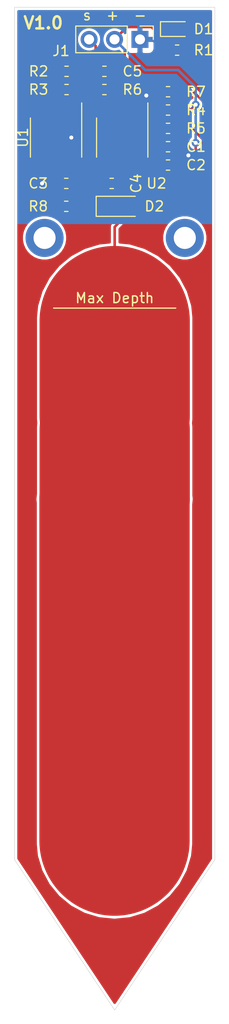
<source format=kicad_pcb>
(kicad_pcb (version 20171130) (host pcbnew "(5.1.4-0-10_14)")

  (general
    (thickness 1.6)
    (drawings 13)
    (tracks 92)
    (zones 0)
    (modules 20)
    (nets 13)
  )

  (page A4)
  (layers
    (0 F.Cu signal)
    (31 B.Cu signal)
    (32 B.Adhes user)
    (33 F.Adhes user)
    (34 B.Paste user)
    (35 F.Paste user)
    (36 B.SilkS user)
    (37 F.SilkS user)
    (38 B.Mask user)
    (39 F.Mask user)
    (40 Dwgs.User user)
    (41 Cmts.User user)
    (42 Eco1.User user)
    (43 Eco2.User user)
    (44 Edge.Cuts user)
    (45 Margin user)
    (46 B.CrtYd user)
    (47 F.CrtYd user)
    (48 B.Fab user)
    (49 F.Fab user hide)
  )

  (setup
    (last_trace_width 0.254)
    (user_trace_width 15)
    (trace_clearance 0.2032)
    (zone_clearance 0.254)
    (zone_45_only no)
    (trace_min 0.2)
    (via_size 0.8)
    (via_drill 0.4)
    (via_min_size 0.4)
    (via_min_drill 0.3)
    (uvia_size 0.3)
    (uvia_drill 0.1)
    (uvias_allowed no)
    (uvia_min_size 0.2)
    (uvia_min_drill 0.1)
    (edge_width 0.05)
    (segment_width 0.2)
    (pcb_text_width 0.3)
    (pcb_text_size 1.5 1.5)
    (mod_edge_width 0.12)
    (mod_text_size 1 1)
    (mod_text_width 0.15)
    (pad_size 3.8 3.8)
    (pad_drill 2.2)
    (pad_to_mask_clearance 0.051)
    (solder_mask_min_width 0.25)
    (aux_axis_origin 0 0)
    (visible_elements 7FFFFFFF)
    (pcbplotparams
      (layerselection 0x010fc_ffffffff)
      (usegerberextensions false)
      (usegerberattributes false)
      (usegerberadvancedattributes false)
      (creategerberjobfile false)
      (excludeedgelayer true)
      (linewidth 0.100000)
      (plotframeref false)
      (viasonmask false)
      (mode 1)
      (useauxorigin false)
      (hpglpennumber 1)
      (hpglpenspeed 20)
      (hpglpendiameter 15.000000)
      (psnegative false)
      (psa4output false)
      (plotreference true)
      (plotvalue true)
      (plotinvisibletext false)
      (padsonsilk false)
      (subtractmaskfromsilk false)
      (outputformat 1)
      (mirror false)
      (drillshape 0)
      (scaleselection 1)
      (outputdirectory "Gerber/"))
  )

  (net 0 "")
  (net 1 "Net-(C1-Pad2)")
  (net 2 GND)
  (net 3 +5V)
  (net 4 "Net-(C4-Pad2)")
  (net 5 Sig)
  (net 6 "Net-(D1-Pad2)")
  (net 7 "Net-(D2-Pad1)")
  (net 8 "Net-(D2-Pad2)")
  (net 9 "Net-(R2-Pad2)")
  (net 10 "Net-(R3-Pad2)")
  (net 11 "Net-(R4-Pad2)")
  (net 12 "Net-(R7-Pad1)")

  (net_class Default "This is the default net class."
    (clearance 0.2032)
    (trace_width 0.254)
    (via_dia 0.8)
    (via_drill 0.4)
    (uvia_dia 0.3)
    (uvia_drill 0.1)
    (add_net +5V)
    (add_net GND)
    (add_net "Net-(C1-Pad2)")
    (add_net "Net-(C4-Pad2)")
    (add_net "Net-(D1-Pad2)")
    (add_net "Net-(D2-Pad1)")
    (add_net "Net-(D2-Pad2)")
    (add_net "Net-(R2-Pad2)")
    (add_net "Net-(R3-Pad2)")
    (add_net "Net-(R4-Pad2)")
    (add_net "Net-(R7-Pad1)")
    (add_net Sig)
  )

  (module Capacitor_SMD:C_0603_1608Metric_Pad1.05x0.95mm_HandSolder (layer F.Cu) (tedit 5B301BBE) (tstamp 5FEA5196)
    (at 115.324 63.9064 180)
    (descr "Capacitor SMD 0603 (1608 Metric), square (rectangular) end terminal, IPC_7351 nominal with elongated pad for handsoldering. (Body size source: http://www.tortai-tech.com/upload/download/2011102023233369053.pdf), generated with kicad-footprint-generator")
    (tags "capacitor handsolder")
    (path /5FEC703F)
    (attr smd)
    (fp_text reference C1 (at -2.794 0) (layer F.SilkS)
      (effects (font (size 1 1) (thickness 0.15)))
    )
    (fp_text value "470 pF" (at 0 1.43) (layer F.Fab)
      (effects (font (size 1 1) (thickness 0.15)))
    )
    (fp_line (start -0.8 0.4) (end -0.8 -0.4) (layer F.Fab) (width 0.1))
    (fp_line (start -0.8 -0.4) (end 0.8 -0.4) (layer F.Fab) (width 0.1))
    (fp_line (start 0.8 -0.4) (end 0.8 0.4) (layer F.Fab) (width 0.1))
    (fp_line (start 0.8 0.4) (end -0.8 0.4) (layer F.Fab) (width 0.1))
    (fp_line (start -0.171267 -0.51) (end 0.171267 -0.51) (layer F.SilkS) (width 0.12))
    (fp_line (start -0.171267 0.51) (end 0.171267 0.51) (layer F.SilkS) (width 0.12))
    (fp_line (start -1.65 0.73) (end -1.65 -0.73) (layer F.CrtYd) (width 0.05))
    (fp_line (start -1.65 -0.73) (end 1.65 -0.73) (layer F.CrtYd) (width 0.05))
    (fp_line (start 1.65 -0.73) (end 1.65 0.73) (layer F.CrtYd) (width 0.05))
    (fp_line (start 1.65 0.73) (end -1.65 0.73) (layer F.CrtYd) (width 0.05))
    (fp_text user %R (at 0 0) (layer F.Fab)
      (effects (font (size 0.4 0.4) (thickness 0.06)))
    )
    (pad 2 smd roundrect (at 0.875 0 180) (size 1.05 0.95) (layers F.Cu F.Paste F.Mask) (roundrect_rratio 0.25)
      (net 1 "Net-(C1-Pad2)"))
    (pad 1 smd roundrect (at -0.875 0 180) (size 1.05 0.95) (layers F.Cu F.Paste F.Mask) (roundrect_rratio 0.25)
      (net 2 GND))
    (model ${KISYS3DMOD}/Capacitor_SMD.3dshapes/C_0603_1608Metric.wrl
      (at (xyz 0 0 0))
      (scale (xyz 1 1 1))
      (rotate (xyz 0 0 0))
    )
  )

  (module Capacitor_SMD:C_0603_1608Metric_Pad1.05x0.95mm_HandSolder (layer F.Cu) (tedit 5B301BBE) (tstamp 5FEA5166)
    (at 115.324 65.7352 180)
    (descr "Capacitor SMD 0603 (1608 Metric), square (rectangular) end terminal, IPC_7351 nominal with elongated pad for handsoldering. (Body size source: http://www.tortai-tech.com/upload/download/2011102023233369053.pdf), generated with kicad-footprint-generator")
    (tags "capacitor handsolder")
    (path /5FEA618B)
    (attr smd)
    (fp_text reference C2 (at -2.794 0) (layer F.SilkS)
      (effects (font (size 1 1) (thickness 0.15)))
    )
    (fp_text value "0.1 uF" (at 0 1.43) (layer F.Fab)
      (effects (font (size 1 1) (thickness 0.15)))
    )
    (fp_line (start 1.65 0.73) (end -1.65 0.73) (layer F.CrtYd) (width 0.05))
    (fp_line (start 1.65 -0.73) (end 1.65 0.73) (layer F.CrtYd) (width 0.05))
    (fp_line (start -1.65 -0.73) (end 1.65 -0.73) (layer F.CrtYd) (width 0.05))
    (fp_line (start -1.65 0.73) (end -1.65 -0.73) (layer F.CrtYd) (width 0.05))
    (fp_line (start -0.171267 0.51) (end 0.171267 0.51) (layer F.SilkS) (width 0.12))
    (fp_line (start -0.171267 -0.51) (end 0.171267 -0.51) (layer F.SilkS) (width 0.12))
    (fp_line (start 0.8 0.4) (end -0.8 0.4) (layer F.Fab) (width 0.1))
    (fp_line (start 0.8 -0.4) (end 0.8 0.4) (layer F.Fab) (width 0.1))
    (fp_line (start -0.8 -0.4) (end 0.8 -0.4) (layer F.Fab) (width 0.1))
    (fp_line (start -0.8 0.4) (end -0.8 -0.4) (layer F.Fab) (width 0.1))
    (fp_text user %R (at 0 0) (layer F.Fab)
      (effects (font (size 0.4 0.4) (thickness 0.06)))
    )
    (pad 1 smd roundrect (at -0.875 0 180) (size 1.05 0.95) (layers F.Cu F.Paste F.Mask) (roundrect_rratio 0.25)
      (net 2 GND))
    (pad 2 smd roundrect (at 0.875 0 180) (size 1.05 0.95) (layers F.Cu F.Paste F.Mask) (roundrect_rratio 0.25)
      (net 3 +5V))
    (model ${KISYS3DMOD}/Capacitor_SMD.3dshapes/C_0603_1608Metric.wrl
      (at (xyz 0 0 0))
      (scale (xyz 1 1 1))
      (rotate (xyz 0 0 0))
    )
  )

  (module Capacitor_SMD:C_0603_1608Metric_Pad1.05x0.95mm_HandSolder (layer F.Cu) (tedit 5B301BBE) (tstamp 5FEA50EE)
    (at 105.164 67.564)
    (descr "Capacitor SMD 0603 (1608 Metric), square (rectangular) end terminal, IPC_7351 nominal with elongated pad for handsoldering. (Body size source: http://www.tortai-tech.com/upload/download/2011102023233369053.pdf), generated with kicad-footprint-generator")
    (tags "capacitor handsolder")
    (path /5FF33D63)
    (attr smd)
    (fp_text reference C3 (at -2.794 0) (layer F.SilkS)
      (effects (font (size 1 1) (thickness 0.15)))
    )
    (fp_text value "0.1 uF" (at 0 1.43) (layer F.Fab)
      (effects (font (size 1 1) (thickness 0.15)))
    )
    (fp_line (start 1.65 0.73) (end -1.65 0.73) (layer F.CrtYd) (width 0.05))
    (fp_line (start 1.65 -0.73) (end 1.65 0.73) (layer F.CrtYd) (width 0.05))
    (fp_line (start -1.65 -0.73) (end 1.65 -0.73) (layer F.CrtYd) (width 0.05))
    (fp_line (start -1.65 0.73) (end -1.65 -0.73) (layer F.CrtYd) (width 0.05))
    (fp_line (start -0.171267 0.51) (end 0.171267 0.51) (layer F.SilkS) (width 0.12))
    (fp_line (start -0.171267 -0.51) (end 0.171267 -0.51) (layer F.SilkS) (width 0.12))
    (fp_line (start 0.8 0.4) (end -0.8 0.4) (layer F.Fab) (width 0.1))
    (fp_line (start 0.8 -0.4) (end 0.8 0.4) (layer F.Fab) (width 0.1))
    (fp_line (start -0.8 -0.4) (end 0.8 -0.4) (layer F.Fab) (width 0.1))
    (fp_line (start -0.8 0.4) (end -0.8 -0.4) (layer F.Fab) (width 0.1))
    (fp_text user %R (at 0 0) (layer F.Fab)
      (effects (font (size 0.4 0.4) (thickness 0.06)))
    )
    (pad 1 smd roundrect (at -0.875 0) (size 1.05 0.95) (layers F.Cu F.Paste F.Mask) (roundrect_rratio 0.25)
      (net 2 GND))
    (pad 2 smd roundrect (at 0.875 0) (size 1.05 0.95) (layers F.Cu F.Paste F.Mask) (roundrect_rratio 0.25)
      (net 3 +5V))
    (model ${KISYS3DMOD}/Capacitor_SMD.3dshapes/C_0603_1608Metric.wrl
      (at (xyz 0 0 0))
      (scale (xyz 1 1 1))
      (rotate (xyz 0 0 0))
    )
  )

  (module Capacitor_SMD:C_0603_1608Metric_Pad1.05x0.95mm_HandSolder (layer F.Cu) (tedit 5B301BBE) (tstamp 5FEA50BE)
    (at 109.702 67.564 180)
    (descr "Capacitor SMD 0603 (1608 Metric), square (rectangular) end terminal, IPC_7351 nominal with elongated pad for handsoldering. (Body size source: http://www.tortai-tech.com/upload/download/2011102023233369053.pdf), generated with kicad-footprint-generator")
    (tags "capacitor handsolder")
    (path /5FECD032)
    (attr smd)
    (fp_text reference C4 (at -2.439 0 90) (layer F.SilkS)
      (effects (font (size 1 1) (thickness 0.15)))
    )
    (fp_text value "10 nF" (at 0 1.43) (layer F.Fab)
      (effects (font (size 1 1) (thickness 0.15)))
    )
    (fp_line (start 1.65 0.73) (end -1.65 0.73) (layer F.CrtYd) (width 0.05))
    (fp_line (start 1.65 -0.73) (end 1.65 0.73) (layer F.CrtYd) (width 0.05))
    (fp_line (start -1.65 -0.73) (end 1.65 -0.73) (layer F.CrtYd) (width 0.05))
    (fp_line (start -1.65 0.73) (end -1.65 -0.73) (layer F.CrtYd) (width 0.05))
    (fp_line (start -0.171267 0.51) (end 0.171267 0.51) (layer F.SilkS) (width 0.12))
    (fp_line (start -0.171267 -0.51) (end 0.171267 -0.51) (layer F.SilkS) (width 0.12))
    (fp_line (start 0.8 0.4) (end -0.8 0.4) (layer F.Fab) (width 0.1))
    (fp_line (start 0.8 -0.4) (end 0.8 0.4) (layer F.Fab) (width 0.1))
    (fp_line (start -0.8 -0.4) (end 0.8 -0.4) (layer F.Fab) (width 0.1))
    (fp_line (start -0.8 0.4) (end -0.8 -0.4) (layer F.Fab) (width 0.1))
    (fp_text user %R (at 0 0) (layer F.Fab)
      (effects (font (size 0.4 0.4) (thickness 0.06)))
    )
    (pad 1 smd roundrect (at -0.875 0 180) (size 1.05 0.95) (layers F.Cu F.Paste F.Mask) (roundrect_rratio 0.25)
      (net 2 GND))
    (pad 2 smd roundrect (at 0.875 0 180) (size 1.05 0.95) (layers F.Cu F.Paste F.Mask) (roundrect_rratio 0.25)
      (net 4 "Net-(C4-Pad2)"))
    (model ${KISYS3DMOD}/Capacitor_SMD.3dshapes/C_0603_1608Metric.wrl
      (at (xyz 0 0 0))
      (scale (xyz 1 1 1))
      (rotate (xyz 0 0 0))
    )
  )

  (module Capacitor_SMD:C_0603_1608Metric_Pad1.05x0.95mm_HandSolder (layer F.Cu) (tedit 5B301BBE) (tstamp 5FEA51C6)
    (at 108.974 56.388 180)
    (descr "Capacitor SMD 0603 (1608 Metric), square (rectangular) end terminal, IPC_7351 nominal with elongated pad for handsoldering. (Body size source: http://www.tortai-tech.com/upload/download/2011102023233369053.pdf), generated with kicad-footprint-generator")
    (tags "capacitor handsolder")
    (path /5FF2915B)
    (attr smd)
    (fp_text reference C5 (at -2.794 0) (layer F.SilkS)
      (effects (font (size 1 1) (thickness 0.15)))
    )
    (fp_text value "4.7 uF" (at 0 1.43) (layer F.Fab)
      (effects (font (size 1 1) (thickness 0.15)))
    )
    (fp_line (start -0.8 0.4) (end -0.8 -0.4) (layer F.Fab) (width 0.1))
    (fp_line (start -0.8 -0.4) (end 0.8 -0.4) (layer F.Fab) (width 0.1))
    (fp_line (start 0.8 -0.4) (end 0.8 0.4) (layer F.Fab) (width 0.1))
    (fp_line (start 0.8 0.4) (end -0.8 0.4) (layer F.Fab) (width 0.1))
    (fp_line (start -0.171267 -0.51) (end 0.171267 -0.51) (layer F.SilkS) (width 0.12))
    (fp_line (start -0.171267 0.51) (end 0.171267 0.51) (layer F.SilkS) (width 0.12))
    (fp_line (start -1.65 0.73) (end -1.65 -0.73) (layer F.CrtYd) (width 0.05))
    (fp_line (start -1.65 -0.73) (end 1.65 -0.73) (layer F.CrtYd) (width 0.05))
    (fp_line (start 1.65 -0.73) (end 1.65 0.73) (layer F.CrtYd) (width 0.05))
    (fp_line (start 1.65 0.73) (end -1.65 0.73) (layer F.CrtYd) (width 0.05))
    (fp_text user %R (at 0 0) (layer F.Fab)
      (effects (font (size 0.4 0.4) (thickness 0.06)))
    )
    (pad 2 smd roundrect (at 0.875 0 180) (size 1.05 0.95) (layers F.Cu F.Paste F.Mask) (roundrect_rratio 0.25)
      (net 5 Sig))
    (pad 1 smd roundrect (at -0.875 0 180) (size 1.05 0.95) (layers F.Cu F.Paste F.Mask) (roundrect_rratio 0.25)
      (net 2 GND))
    (model ${KISYS3DMOD}/Capacitor_SMD.3dshapes/C_0603_1608Metric.wrl
      (at (xyz 0 0 0))
      (scale (xyz 1 1 1))
      (rotate (xyz 0 0 0))
    )
  )

  (module LED_SMD:LED_0603_1608Metric_Pad1.05x0.95mm_HandSolder (layer F.Cu) (tedit 5B4B45C9) (tstamp 5FE968BB)
    (at 116.232 52.175)
    (descr "LED SMD 0603 (1608 Metric), square (rectangular) end terminal, IPC_7351 nominal, (Body size source: http://www.tortai-tech.com/upload/download/2011102023233369053.pdf), generated with kicad-footprint-generator")
    (tags "LED handsolder")
    (path /5FE8F924)
    (attr smd)
    (fp_text reference D1 (at 2.64 0) (layer F.SilkS)
      (effects (font (size 1 1) (thickness 0.15)))
    )
    (fp_text value "Green 2.2V 20mA" (at 0 1.43) (layer F.Fab)
      (effects (font (size 1 1) (thickness 0.15)))
    )
    (fp_line (start 1.65 0.73) (end -1.65 0.73) (layer F.CrtYd) (width 0.05))
    (fp_line (start 1.65 -0.73) (end 1.65 0.73) (layer F.CrtYd) (width 0.05))
    (fp_line (start -1.65 -0.73) (end 1.65 -0.73) (layer F.CrtYd) (width 0.05))
    (fp_line (start -1.65 0.73) (end -1.65 -0.73) (layer F.CrtYd) (width 0.05))
    (fp_line (start -1.66 0.735) (end 0.8 0.735) (layer F.SilkS) (width 0.12))
    (fp_line (start -1.66 -0.735) (end -1.66 0.735) (layer F.SilkS) (width 0.12))
    (fp_line (start 0.8 -0.735) (end -1.66 -0.735) (layer F.SilkS) (width 0.12))
    (fp_line (start 0.8 0.4) (end 0.8 -0.4) (layer F.Fab) (width 0.1))
    (fp_line (start -0.8 0.4) (end 0.8 0.4) (layer F.Fab) (width 0.1))
    (fp_line (start -0.8 -0.1) (end -0.8 0.4) (layer F.Fab) (width 0.1))
    (fp_line (start -0.5 -0.4) (end -0.8 -0.1) (layer F.Fab) (width 0.1))
    (fp_line (start 0.8 -0.4) (end -0.5 -0.4) (layer F.Fab) (width 0.1))
    (fp_text user %R (at 0 0) (layer F.Fab)
      (effects (font (size 0.4 0.4) (thickness 0.06)))
    )
    (pad 1 smd roundrect (at -0.875 0) (size 1.05 0.95) (layers F.Cu F.Paste F.Mask) (roundrect_rratio 0.25)
      (net 2 GND))
    (pad 2 smd roundrect (at 0.875 0) (size 1.05 0.95) (layers F.Cu F.Paste F.Mask) (roundrect_rratio 0.25)
      (net 6 "Net-(D1-Pad2)"))
    (model ${KISYS3DMOD}/LED_SMD.3dshapes/LED_0603_1608Metric.wrl
      (at (xyz 0 0 0))
      (scale (xyz 1 1 1))
      (rotate (xyz 0 0 0))
    )
  )

  (module Diode_SMD:D_SOD-123 (layer F.Cu) (tedit 58645DC7) (tstamp 5FEA5126)
    (at 110.402 69.85)
    (descr SOD-123)
    (tags SOD-123)
    (path /5FF48E2E)
    (attr smd)
    (fp_text reference D2 (at 3.556 0) (layer F.SilkS)
      (effects (font (size 1 1) (thickness 0.15)))
    )
    (fp_text value 4148 (at 0 2.1) (layer F.Fab)
      (effects (font (size 1 1) (thickness 0.15)))
    )
    (fp_line (start -2.25 -1) (end 1.65 -1) (layer F.SilkS) (width 0.12))
    (fp_line (start -2.25 1) (end 1.65 1) (layer F.SilkS) (width 0.12))
    (fp_line (start -2.35 -1.15) (end -2.35 1.15) (layer F.CrtYd) (width 0.05))
    (fp_line (start 2.35 1.15) (end -2.35 1.15) (layer F.CrtYd) (width 0.05))
    (fp_line (start 2.35 -1.15) (end 2.35 1.15) (layer F.CrtYd) (width 0.05))
    (fp_line (start -2.35 -1.15) (end 2.35 -1.15) (layer F.CrtYd) (width 0.05))
    (fp_line (start -1.4 -0.9) (end 1.4 -0.9) (layer F.Fab) (width 0.1))
    (fp_line (start 1.4 -0.9) (end 1.4 0.9) (layer F.Fab) (width 0.1))
    (fp_line (start 1.4 0.9) (end -1.4 0.9) (layer F.Fab) (width 0.1))
    (fp_line (start -1.4 0.9) (end -1.4 -0.9) (layer F.Fab) (width 0.1))
    (fp_line (start -0.75 0) (end -0.35 0) (layer F.Fab) (width 0.1))
    (fp_line (start -0.35 0) (end -0.35 -0.55) (layer F.Fab) (width 0.1))
    (fp_line (start -0.35 0) (end -0.35 0.55) (layer F.Fab) (width 0.1))
    (fp_line (start -0.35 0) (end 0.25 -0.4) (layer F.Fab) (width 0.1))
    (fp_line (start 0.25 -0.4) (end 0.25 0.4) (layer F.Fab) (width 0.1))
    (fp_line (start 0.25 0.4) (end -0.35 0) (layer F.Fab) (width 0.1))
    (fp_line (start 0.25 0) (end 0.75 0) (layer F.Fab) (width 0.1))
    (fp_line (start -2.25 -1) (end -2.25 1) (layer F.SilkS) (width 0.12))
    (fp_text user %R (at 0 -2) (layer F.Fab)
      (effects (font (size 1 1) (thickness 0.15)))
    )
    (pad 1 smd rect (at -1.65 0) (size 0.9 1.2) (layers F.Cu F.Paste F.Mask)
      (net 7 "Net-(D2-Pad1)"))
    (pad 2 smd rect (at 1.65 0) (size 0.9 1.2) (layers F.Cu F.Paste F.Mask)
      (net 8 "Net-(D2-Pad2)"))
    (model ${KISYS3DMOD}/Diode_SMD.3dshapes/D_SOD-123.wrl
      (at (xyz 0 0 0))
      (scale (xyz 1 1 1))
      (rotate (xyz 0 0 0))
    )
  )

  (module Resistor_SMD:R_0603_1608Metric_Pad1.05x0.95mm_HandSolder (layer F.Cu) (tedit 5B301BBD) (tstamp 5FE968FC)
    (at 116.232 54.275)
    (descr "Resistor SMD 0603 (1608 Metric), square (rectangular) end terminal, IPC_7351 nominal with elongated pad for handsoldering. (Body size source: http://www.tortai-tech.com/upload/download/2011102023233369053.pdf), generated with kicad-footprint-generator")
    (tags "resistor handsolder")
    (path /5FE8F3C9)
    (attr smd)
    (fp_text reference R1 (at 2.64 0) (layer F.SilkS)
      (effects (font (size 1 1) (thickness 0.15)))
    )
    (fp_text value "150 ohm" (at 0 1.43) (layer F.Fab)
      (effects (font (size 1 1) (thickness 0.15)))
    )
    (fp_line (start 1.65 0.73) (end -1.65 0.73) (layer F.CrtYd) (width 0.05))
    (fp_line (start 1.65 -0.73) (end 1.65 0.73) (layer F.CrtYd) (width 0.05))
    (fp_line (start -1.65 -0.73) (end 1.65 -0.73) (layer F.CrtYd) (width 0.05))
    (fp_line (start -1.65 0.73) (end -1.65 -0.73) (layer F.CrtYd) (width 0.05))
    (fp_line (start -0.171267 0.51) (end 0.171267 0.51) (layer F.SilkS) (width 0.12))
    (fp_line (start -0.171267 -0.51) (end 0.171267 -0.51) (layer F.SilkS) (width 0.12))
    (fp_line (start 0.8 0.4) (end -0.8 0.4) (layer F.Fab) (width 0.1))
    (fp_line (start 0.8 -0.4) (end 0.8 0.4) (layer F.Fab) (width 0.1))
    (fp_line (start -0.8 -0.4) (end 0.8 -0.4) (layer F.Fab) (width 0.1))
    (fp_line (start -0.8 0.4) (end -0.8 -0.4) (layer F.Fab) (width 0.1))
    (fp_text user %R (at 0 0) (layer F.Fab)
      (effects (font (size 0.4 0.4) (thickness 0.06)))
    )
    (pad 1 smd roundrect (at -0.875 0) (size 1.05 0.95) (layers F.Cu F.Paste F.Mask) (roundrect_rratio 0.25)
      (net 3 +5V))
    (pad 2 smd roundrect (at 0.875 0) (size 1.05 0.95) (layers F.Cu F.Paste F.Mask) (roundrect_rratio 0.25)
      (net 6 "Net-(D1-Pad2)"))
    (model ${KISYS3DMOD}/Resistor_SMD.3dshapes/R_0603_1608Metric.wrl
      (at (xyz 0 0 0))
      (scale (xyz 1 1 1))
      (rotate (xyz 0 0 0))
    )
  )

  (module Resistor_SMD:R_0603_1608Metric_Pad1.05x0.95mm_HandSolder (layer F.Cu) (tedit 5B301BBD) (tstamp 5FEA5364)
    (at 105.198 56.388)
    (descr "Resistor SMD 0603 (1608 Metric), square (rectangular) end terminal, IPC_7351 nominal with elongated pad for handsoldering. (Body size source: http://www.tortai-tech.com/upload/download/2011102023233369053.pdf), generated with kicad-footprint-generator")
    (tags "resistor handsolder")
    (path /5FF3C447)
    (attr smd)
    (fp_text reference R2 (at -2.794 0) (layer F.SilkS)
      (effects (font (size 1 1) (thickness 0.15)))
    )
    (fp_text value DNP (at 0 1.43) (layer F.Fab)
      (effects (font (size 1 1) (thickness 0.15)))
    )
    (fp_line (start -0.8 0.4) (end -0.8 -0.4) (layer F.Fab) (width 0.1))
    (fp_line (start -0.8 -0.4) (end 0.8 -0.4) (layer F.Fab) (width 0.1))
    (fp_line (start 0.8 -0.4) (end 0.8 0.4) (layer F.Fab) (width 0.1))
    (fp_line (start 0.8 0.4) (end -0.8 0.4) (layer F.Fab) (width 0.1))
    (fp_line (start -0.171267 -0.51) (end 0.171267 -0.51) (layer F.SilkS) (width 0.12))
    (fp_line (start -0.171267 0.51) (end 0.171267 0.51) (layer F.SilkS) (width 0.12))
    (fp_line (start -1.65 0.73) (end -1.65 -0.73) (layer F.CrtYd) (width 0.05))
    (fp_line (start -1.65 -0.73) (end 1.65 -0.73) (layer F.CrtYd) (width 0.05))
    (fp_line (start 1.65 -0.73) (end 1.65 0.73) (layer F.CrtYd) (width 0.05))
    (fp_line (start 1.65 0.73) (end -1.65 0.73) (layer F.CrtYd) (width 0.05))
    (fp_text user %R (at 0 0) (layer F.Fab)
      (effects (font (size 0.4 0.4) (thickness 0.06)))
    )
    (pad 2 smd roundrect (at 0.875 0) (size 1.05 0.95) (layers F.Cu F.Paste F.Mask) (roundrect_rratio 0.25)
      (net 9 "Net-(R2-Pad2)"))
    (pad 1 smd roundrect (at -0.875 0) (size 1.05 0.95) (layers F.Cu F.Paste F.Mask) (roundrect_rratio 0.25)
      (net 2 GND))
    (model ${KISYS3DMOD}/Resistor_SMD.3dshapes/R_0603_1608Metric.wrl
      (at (xyz 0 0 0))
      (scale (xyz 1 1 1))
      (rotate (xyz 0 0 0))
    )
  )

  (module Resistor_SMD:R_0603_1608Metric_Pad1.05x0.95mm_HandSolder (layer F.Cu) (tedit 5B301BBD) (tstamp 5FEA52A4)
    (at 105.198 58.205)
    (descr "Resistor SMD 0603 (1608 Metric), square (rectangular) end terminal, IPC_7351 nominal with elongated pad for handsoldering. (Body size source: http://www.tortai-tech.com/upload/download/2011102023233369053.pdf), generated with kicad-footprint-generator")
    (tags "resistor handsolder")
    (path /5FF3B049)
    (attr smd)
    (fp_text reference R3 (at -2.794 0) (layer F.SilkS)
      (effects (font (size 1 1) (thickness 0.15)))
    )
    (fp_text value "0 ohm" (at 0 1.43) (layer F.Fab)
      (effects (font (size 1 1) (thickness 0.15)))
    )
    (fp_line (start 1.65 0.73) (end -1.65 0.73) (layer F.CrtYd) (width 0.05))
    (fp_line (start 1.65 -0.73) (end 1.65 0.73) (layer F.CrtYd) (width 0.05))
    (fp_line (start -1.65 -0.73) (end 1.65 -0.73) (layer F.CrtYd) (width 0.05))
    (fp_line (start -1.65 0.73) (end -1.65 -0.73) (layer F.CrtYd) (width 0.05))
    (fp_line (start -0.171267 0.51) (end 0.171267 0.51) (layer F.SilkS) (width 0.12))
    (fp_line (start -0.171267 -0.51) (end 0.171267 -0.51) (layer F.SilkS) (width 0.12))
    (fp_line (start 0.8 0.4) (end -0.8 0.4) (layer F.Fab) (width 0.1))
    (fp_line (start 0.8 -0.4) (end 0.8 0.4) (layer F.Fab) (width 0.1))
    (fp_line (start -0.8 -0.4) (end 0.8 -0.4) (layer F.Fab) (width 0.1))
    (fp_line (start -0.8 0.4) (end -0.8 -0.4) (layer F.Fab) (width 0.1))
    (fp_text user %R (at 0 0) (layer F.Fab)
      (effects (font (size 0.4 0.4) (thickness 0.06)))
    )
    (pad 1 smd roundrect (at -0.875 0) (size 1.05 0.95) (layers F.Cu F.Paste F.Mask) (roundrect_rratio 0.25)
      (net 9 "Net-(R2-Pad2)"))
    (pad 2 smd roundrect (at 0.875 0) (size 1.05 0.95) (layers F.Cu F.Paste F.Mask) (roundrect_rratio 0.25)
      (net 10 "Net-(R3-Pad2)"))
    (model ${KISYS3DMOD}/Resistor_SMD.3dshapes/R_0603_1608Metric.wrl
      (at (xyz 0 0 0))
      (scale (xyz 1 1 1))
      (rotate (xyz 0 0 0))
    )
  )

  (module Resistor_SMD:R_0603_1608Metric_Pad1.05x0.95mm_HandSolder (layer F.Cu) (tedit 5B301BBD) (tstamp 5FEA51F9)
    (at 115.324 60.2488 180)
    (descr "Resistor SMD 0603 (1608 Metric), square (rectangular) end terminal, IPC_7351 nominal with elongated pad for handsoldering. (Body size source: http://www.tortai-tech.com/upload/download/2011102023233369053.pdf), generated with kicad-footprint-generator")
    (tags "resistor handsolder")
    (path /5FEC3053)
    (attr smd)
    (fp_text reference R4 (at -2.794 0) (layer F.SilkS)
      (effects (font (size 1 1) (thickness 0.15)))
    )
    (fp_text value "1.5 kohm" (at 0 1.43) (layer F.Fab)
      (effects (font (size 1 1) (thickness 0.15)))
    )
    (fp_line (start -0.8 0.4) (end -0.8 -0.4) (layer F.Fab) (width 0.1))
    (fp_line (start -0.8 -0.4) (end 0.8 -0.4) (layer F.Fab) (width 0.1))
    (fp_line (start 0.8 -0.4) (end 0.8 0.4) (layer F.Fab) (width 0.1))
    (fp_line (start 0.8 0.4) (end -0.8 0.4) (layer F.Fab) (width 0.1))
    (fp_line (start -0.171267 -0.51) (end 0.171267 -0.51) (layer F.SilkS) (width 0.12))
    (fp_line (start -0.171267 0.51) (end 0.171267 0.51) (layer F.SilkS) (width 0.12))
    (fp_line (start -1.65 0.73) (end -1.65 -0.73) (layer F.CrtYd) (width 0.05))
    (fp_line (start -1.65 -0.73) (end 1.65 -0.73) (layer F.CrtYd) (width 0.05))
    (fp_line (start 1.65 -0.73) (end 1.65 0.73) (layer F.CrtYd) (width 0.05))
    (fp_line (start 1.65 0.73) (end -1.65 0.73) (layer F.CrtYd) (width 0.05))
    (fp_text user %R (at 0 0) (layer F.Fab)
      (effects (font (size 0.4 0.4) (thickness 0.06)))
    )
    (pad 2 smd roundrect (at 0.875 0 180) (size 1.05 0.95) (layers F.Cu F.Paste F.Mask) (roundrect_rratio 0.25)
      (net 11 "Net-(R4-Pad2)"))
    (pad 1 smd roundrect (at -0.875 0 180) (size 1.05 0.95) (layers F.Cu F.Paste F.Mask) (roundrect_rratio 0.25)
      (net 3 +5V))
    (model ${KISYS3DMOD}/Resistor_SMD.3dshapes/R_0603_1608Metric.wrl
      (at (xyz 0 0 0))
      (scale (xyz 1 1 1))
      (rotate (xyz 0 0 0))
    )
  )

  (module Resistor_SMD:R_0603_1608Metric_Pad1.05x0.95mm_HandSolder (layer F.Cu) (tedit 5B301BBD) (tstamp 5FEA5334)
    (at 115.324 62.0776 180)
    (descr "Resistor SMD 0603 (1608 Metric), square (rectangular) end terminal, IPC_7351 nominal with elongated pad for handsoldering. (Body size source: http://www.tortai-tech.com/upload/download/2011102023233369053.pdf), generated with kicad-footprint-generator")
    (tags "resistor handsolder")
    (path /5FEC5D9C)
    (attr smd)
    (fp_text reference R5 (at -2.794 0) (layer F.SilkS)
      (effects (font (size 1 1) (thickness 0.15)))
    )
    (fp_text value "2.4 kohm" (at 0 1.43) (layer F.Fab)
      (effects (font (size 1 1) (thickness 0.15)))
    )
    (fp_line (start 1.65 0.73) (end -1.65 0.73) (layer F.CrtYd) (width 0.05))
    (fp_line (start 1.65 -0.73) (end 1.65 0.73) (layer F.CrtYd) (width 0.05))
    (fp_line (start -1.65 -0.73) (end 1.65 -0.73) (layer F.CrtYd) (width 0.05))
    (fp_line (start -1.65 0.73) (end -1.65 -0.73) (layer F.CrtYd) (width 0.05))
    (fp_line (start -0.171267 0.51) (end 0.171267 0.51) (layer F.SilkS) (width 0.12))
    (fp_line (start -0.171267 -0.51) (end 0.171267 -0.51) (layer F.SilkS) (width 0.12))
    (fp_line (start 0.8 0.4) (end -0.8 0.4) (layer F.Fab) (width 0.1))
    (fp_line (start 0.8 -0.4) (end 0.8 0.4) (layer F.Fab) (width 0.1))
    (fp_line (start -0.8 -0.4) (end 0.8 -0.4) (layer F.Fab) (width 0.1))
    (fp_line (start -0.8 0.4) (end -0.8 -0.4) (layer F.Fab) (width 0.1))
    (fp_text user %R (at 0 0) (layer F.Fab)
      (effects (font (size 0.4 0.4) (thickness 0.06)))
    )
    (pad 1 smd roundrect (at -0.875 0 180) (size 1.05 0.95) (layers F.Cu F.Paste F.Mask) (roundrect_rratio 0.25)
      (net 11 "Net-(R4-Pad2)"))
    (pad 2 smd roundrect (at 0.875 0 180) (size 1.05 0.95) (layers F.Cu F.Paste F.Mask) (roundrect_rratio 0.25)
      (net 1 "Net-(C1-Pad2)"))
    (model ${KISYS3DMOD}/Resistor_SMD.3dshapes/R_0603_1608Metric.wrl
      (at (xyz 0 0 0))
      (scale (xyz 1 1 1))
      (rotate (xyz 0 0 0))
    )
  )

  (module Resistor_SMD:R_0603_1608Metric_Pad1.05x0.95mm_HandSolder (layer F.Cu) (tedit 5B301BBD) (tstamp 5FEA5304)
    (at 108.974 58.205)
    (descr "Resistor SMD 0603 (1608 Metric), square (rectangular) end terminal, IPC_7351 nominal with elongated pad for handsoldering. (Body size source: http://www.tortai-tech.com/upload/download/2011102023233369053.pdf), generated with kicad-footprint-generator")
    (tags "resistor handsolder")
    (path /5FF27F39)
    (attr smd)
    (fp_text reference R6 (at 2.794 0) (layer F.SilkS)
      (effects (font (size 1 1) (thickness 0.15)))
    )
    (fp_text value "100 ohm" (at 0 1.43) (layer F.Fab)
      (effects (font (size 1 1) (thickness 0.15)))
    )
    (fp_line (start -0.8 0.4) (end -0.8 -0.4) (layer F.Fab) (width 0.1))
    (fp_line (start -0.8 -0.4) (end 0.8 -0.4) (layer F.Fab) (width 0.1))
    (fp_line (start 0.8 -0.4) (end 0.8 0.4) (layer F.Fab) (width 0.1))
    (fp_line (start 0.8 0.4) (end -0.8 0.4) (layer F.Fab) (width 0.1))
    (fp_line (start -0.171267 -0.51) (end 0.171267 -0.51) (layer F.SilkS) (width 0.12))
    (fp_line (start -0.171267 0.51) (end 0.171267 0.51) (layer F.SilkS) (width 0.12))
    (fp_line (start -1.65 0.73) (end -1.65 -0.73) (layer F.CrtYd) (width 0.05))
    (fp_line (start -1.65 -0.73) (end 1.65 -0.73) (layer F.CrtYd) (width 0.05))
    (fp_line (start 1.65 -0.73) (end 1.65 0.73) (layer F.CrtYd) (width 0.05))
    (fp_line (start 1.65 0.73) (end -1.65 0.73) (layer F.CrtYd) (width 0.05))
    (fp_text user %R (at 0 0) (layer F.Fab)
      (effects (font (size 0.4 0.4) (thickness 0.06)))
    )
    (pad 2 smd roundrect (at 0.875 0) (size 1.05 0.95) (layers F.Cu F.Paste F.Mask) (roundrect_rratio 0.25)
      (net 5 Sig))
    (pad 1 smd roundrect (at -0.875 0) (size 1.05 0.95) (layers F.Cu F.Paste F.Mask) (roundrect_rratio 0.25)
      (net 10 "Net-(R3-Pad2)"))
    (model ${KISYS3DMOD}/Resistor_SMD.3dshapes/R_0603_1608Metric.wrl
      (at (xyz 0 0 0))
      (scale (xyz 1 1 1))
      (rotate (xyz 0 0 0))
    )
  )

  (module Resistor_SMD:R_0603_1608Metric_Pad1.05x0.95mm_HandSolder (layer F.Cu) (tedit 5B301BBD) (tstamp 5FEA52D4)
    (at 115.324 58.42)
    (descr "Resistor SMD 0603 (1608 Metric), square (rectangular) end terminal, IPC_7351 nominal with elongated pad for handsoldering. (Body size source: http://www.tortai-tech.com/upload/download/2011102023233369053.pdf), generated with kicad-footprint-generator")
    (tags "resistor handsolder")
    (path /5FEE7461)
    (attr smd)
    (fp_text reference R7 (at 2.794 0) (layer F.SilkS)
      (effects (font (size 1 1) (thickness 0.15)))
    )
    (fp_text value "10 kohm" (at 0 1.43) (layer F.Fab)
      (effects (font (size 1 1) (thickness 0.15)))
    )
    (fp_line (start -0.8 0.4) (end -0.8 -0.4) (layer F.Fab) (width 0.1))
    (fp_line (start -0.8 -0.4) (end 0.8 -0.4) (layer F.Fab) (width 0.1))
    (fp_line (start 0.8 -0.4) (end 0.8 0.4) (layer F.Fab) (width 0.1))
    (fp_line (start 0.8 0.4) (end -0.8 0.4) (layer F.Fab) (width 0.1))
    (fp_line (start -0.171267 -0.51) (end 0.171267 -0.51) (layer F.SilkS) (width 0.12))
    (fp_line (start -0.171267 0.51) (end 0.171267 0.51) (layer F.SilkS) (width 0.12))
    (fp_line (start -1.65 0.73) (end -1.65 -0.73) (layer F.CrtYd) (width 0.05))
    (fp_line (start -1.65 -0.73) (end 1.65 -0.73) (layer F.CrtYd) (width 0.05))
    (fp_line (start 1.65 -0.73) (end 1.65 0.73) (layer F.CrtYd) (width 0.05))
    (fp_line (start 1.65 0.73) (end -1.65 0.73) (layer F.CrtYd) (width 0.05))
    (fp_text user %R (at 0 0) (layer F.Fab)
      (effects (font (size 0.4 0.4) (thickness 0.06)))
    )
    (pad 2 smd roundrect (at 0.875 0) (size 1.05 0.95) (layers F.Cu F.Paste F.Mask) (roundrect_rratio 0.25)
      (net 8 "Net-(D2-Pad2)"))
    (pad 1 smd roundrect (at -0.875 0) (size 1.05 0.95) (layers F.Cu F.Paste F.Mask) (roundrect_rratio 0.25)
      (net 12 "Net-(R7-Pad1)"))
    (model ${KISYS3DMOD}/Resistor_SMD.3dshapes/R_0603_1608Metric.wrl
      (at (xyz 0 0 0))
      (scale (xyz 1 1 1))
      (rotate (xyz 0 0 0))
    )
  )

  (module Resistor_SMD:R_0603_1608Metric_Pad1.05x0.95mm_HandSolder (layer F.Cu) (tedit 5B301BBD) (tstamp 5FEA5274)
    (at 105.164 69.85 180)
    (descr "Resistor SMD 0603 (1608 Metric), square (rectangular) end terminal, IPC_7351 nominal with elongated pad for handsoldering. (Body size source: http://www.tortai-tech.com/upload/download/2011102023233369053.pdf), generated with kicad-footprint-generator")
    (tags "resistor handsolder")
    (path /5FF54656)
    (attr smd)
    (fp_text reference R8 (at 2.794 0) (layer F.SilkS)
      (effects (font (size 1 1) (thickness 0.15)))
    )
    (fp_text value "1 Mohm" (at 0 1.43) (layer F.Fab)
      (effects (font (size 1 1) (thickness 0.15)))
    )
    (fp_line (start 1.65 0.73) (end -1.65 0.73) (layer F.CrtYd) (width 0.05))
    (fp_line (start 1.65 -0.73) (end 1.65 0.73) (layer F.CrtYd) (width 0.05))
    (fp_line (start -1.65 -0.73) (end 1.65 -0.73) (layer F.CrtYd) (width 0.05))
    (fp_line (start -1.65 0.73) (end -1.65 -0.73) (layer F.CrtYd) (width 0.05))
    (fp_line (start -0.171267 0.51) (end 0.171267 0.51) (layer F.SilkS) (width 0.12))
    (fp_line (start -0.171267 -0.51) (end 0.171267 -0.51) (layer F.SilkS) (width 0.12))
    (fp_line (start 0.8 0.4) (end -0.8 0.4) (layer F.Fab) (width 0.1))
    (fp_line (start 0.8 -0.4) (end 0.8 0.4) (layer F.Fab) (width 0.1))
    (fp_line (start -0.8 -0.4) (end 0.8 -0.4) (layer F.Fab) (width 0.1))
    (fp_line (start -0.8 0.4) (end -0.8 -0.4) (layer F.Fab) (width 0.1))
    (fp_text user %R (at 0 0) (layer F.Fab)
      (effects (font (size 0.4 0.4) (thickness 0.06)))
    )
    (pad 1 smd roundrect (at -0.875 0 180) (size 1.05 0.95) (layers F.Cu F.Paste F.Mask) (roundrect_rratio 0.25)
      (net 7 "Net-(D2-Pad1)"))
    (pad 2 smd roundrect (at 0.875 0 180) (size 1.05 0.95) (layers F.Cu F.Paste F.Mask) (roundrect_rratio 0.25)
      (net 2 GND))
    (model ${KISYS3DMOD}/Resistor_SMD.3dshapes/R_0603_1608Metric.wrl
      (at (xyz 0 0 0))
      (scale (xyz 1 1 1))
      (rotate (xyz 0 0 0))
    )
  )

  (module Package_SO:SOIC-8_3.9x4.9mm_P1.27mm (layer F.Cu) (tedit 5C97300E) (tstamp 5FEA539D)
    (at 104.148 62.992 270)
    (descr "SOIC, 8 Pin (JEDEC MS-012AA, https://www.analog.com/media/en/package-pcb-resources/package/pkg_pdf/soic_narrow-r/r_8.pdf), generated with kicad-footprint-generator ipc_gullwing_generator.py")
    (tags "SOIC SO")
    (path /5FF1E438)
    (attr smd)
    (fp_text reference U1 (at 0 3.31 90) (layer F.SilkS)
      (effects (font (size 1 1) (thickness 0.15)))
    )
    (fp_text value LMV358 (at 0 3.4 90) (layer F.Fab)
      (effects (font (size 1 1) (thickness 0.15)))
    )
    (fp_line (start 3.7 -2.7) (end -3.7 -2.7) (layer F.CrtYd) (width 0.05))
    (fp_line (start 3.7 2.7) (end 3.7 -2.7) (layer F.CrtYd) (width 0.05))
    (fp_line (start -3.7 2.7) (end 3.7 2.7) (layer F.CrtYd) (width 0.05))
    (fp_line (start -3.7 -2.7) (end -3.7 2.7) (layer F.CrtYd) (width 0.05))
    (fp_line (start -1.95 -1.475) (end -0.975 -2.45) (layer F.Fab) (width 0.1))
    (fp_line (start -1.95 2.45) (end -1.95 -1.475) (layer F.Fab) (width 0.1))
    (fp_line (start 1.95 2.45) (end -1.95 2.45) (layer F.Fab) (width 0.1))
    (fp_line (start 1.95 -2.45) (end 1.95 2.45) (layer F.Fab) (width 0.1))
    (fp_line (start -0.975 -2.45) (end 1.95 -2.45) (layer F.Fab) (width 0.1))
    (fp_line (start 0 -2.56) (end -3.45 -2.56) (layer F.SilkS) (width 0.12))
    (fp_line (start 0 -2.56) (end 1.95 -2.56) (layer F.SilkS) (width 0.12))
    (fp_line (start 0 2.56) (end -1.95 2.56) (layer F.SilkS) (width 0.12))
    (fp_line (start 0 2.56) (end 1.95 2.56) (layer F.SilkS) (width 0.12))
    (fp_text user %R (at 0 0 90) (layer F.Fab)
      (effects (font (size 0.98 0.98) (thickness 0.15)))
    )
    (pad 1 smd roundrect (at -2.475 -1.905 270) (size 1.95 0.6) (layers F.Cu F.Paste F.Mask) (roundrect_rratio 0.25)
      (net 10 "Net-(R3-Pad2)"))
    (pad 2 smd roundrect (at -2.475 -0.635 270) (size 1.95 0.6) (layers F.Cu F.Paste F.Mask) (roundrect_rratio 0.25)
      (net 9 "Net-(R2-Pad2)"))
    (pad 3 smd roundrect (at -2.475 0.635 270) (size 1.95 0.6) (layers F.Cu F.Paste F.Mask) (roundrect_rratio 0.25)
      (net 7 "Net-(D2-Pad1)"))
    (pad 4 smd roundrect (at -2.475 1.905 270) (size 1.95 0.6) (layers F.Cu F.Paste F.Mask) (roundrect_rratio 0.25)
      (net 2 GND))
    (pad 5 smd roundrect (at 2.475 1.905 270) (size 1.95 0.6) (layers F.Cu F.Paste F.Mask) (roundrect_rratio 0.25))
    (pad 6 smd roundrect (at 2.475 0.635 270) (size 1.95 0.6) (layers F.Cu F.Paste F.Mask) (roundrect_rratio 0.25))
    (pad 7 smd roundrect (at 2.475 -0.635 270) (size 1.95 0.6) (layers F.Cu F.Paste F.Mask) (roundrect_rratio 0.25))
    (pad 8 smd roundrect (at 2.475 -1.905 270) (size 1.95 0.6) (layers F.Cu F.Paste F.Mask) (roundrect_rratio 0.25)
      (net 3 +5V))
    (model ${KISYS3DMOD}/Package_SO.3dshapes/SOIC-8_3.9x4.9mm_P1.27mm.wrl
      (at (xyz 0 0 0))
      (scale (xyz 1 1 1))
      (rotate (xyz 0 0 0))
    )
  )

  (module Package_SO:SOIC-8_3.9x4.9mm_P1.27mm (layer F.Cu) (tedit 5C97300E) (tstamp 5FEA5232)
    (at 110.752 62.992 270)
    (descr "SOIC, 8 Pin (JEDEC MS-012AA, https://www.analog.com/media/en/package-pcb-resources/package/pkg_pdf/soic_narrow-r/r_8.pdf), generated with kicad-footprint-generator ipc_gullwing_generator.py")
    (tags "SOIC SO")
    (path /60035764)
    (attr smd)
    (fp_text reference U2 (at 4.572 -3.421 180) (layer F.SilkS)
      (effects (font (size 1 1) (thickness 0.15)))
    )
    (fp_text value NE555 (at 0 3.4 90) (layer F.Fab)
      (effects (font (size 1 1) (thickness 0.15)))
    )
    (fp_line (start 0 2.56) (end 1.95 2.56) (layer F.SilkS) (width 0.12))
    (fp_line (start 0 2.56) (end -1.95 2.56) (layer F.SilkS) (width 0.12))
    (fp_line (start 0 -2.56) (end 1.95 -2.56) (layer F.SilkS) (width 0.12))
    (fp_line (start 0 -2.56) (end -3.45 -2.56) (layer F.SilkS) (width 0.12))
    (fp_line (start -0.975 -2.45) (end 1.95 -2.45) (layer F.Fab) (width 0.1))
    (fp_line (start 1.95 -2.45) (end 1.95 2.45) (layer F.Fab) (width 0.1))
    (fp_line (start 1.95 2.45) (end -1.95 2.45) (layer F.Fab) (width 0.1))
    (fp_line (start -1.95 2.45) (end -1.95 -1.475) (layer F.Fab) (width 0.1))
    (fp_line (start -1.95 -1.475) (end -0.975 -2.45) (layer F.Fab) (width 0.1))
    (fp_line (start -3.7 -2.7) (end -3.7 2.7) (layer F.CrtYd) (width 0.05))
    (fp_line (start -3.7 2.7) (end 3.7 2.7) (layer F.CrtYd) (width 0.05))
    (fp_line (start 3.7 2.7) (end 3.7 -2.7) (layer F.CrtYd) (width 0.05))
    (fp_line (start 3.7 -2.7) (end -3.7 -2.7) (layer F.CrtYd) (width 0.05))
    (fp_text user %R (at 0 0 90) (layer F.Fab)
      (effects (font (size 0.98 0.98) (thickness 0.15)))
    )
    (pad 8 smd roundrect (at 2.475 -1.905 270) (size 1.95 0.6) (layers F.Cu F.Paste F.Mask) (roundrect_rratio 0.25)
      (net 3 +5V))
    (pad 7 smd roundrect (at 2.475 -0.635 270) (size 1.95 0.6) (layers F.Cu F.Paste F.Mask) (roundrect_rratio 0.25)
      (net 11 "Net-(R4-Pad2)"))
    (pad 6 smd roundrect (at 2.475 0.635 270) (size 1.95 0.6) (layers F.Cu F.Paste F.Mask) (roundrect_rratio 0.25)
      (net 1 "Net-(C1-Pad2)"))
    (pad 5 smd roundrect (at 2.475 1.905 270) (size 1.95 0.6) (layers F.Cu F.Paste F.Mask) (roundrect_rratio 0.25)
      (net 4 "Net-(C4-Pad2)"))
    (pad 4 smd roundrect (at -2.475 1.905 270) (size 1.95 0.6) (layers F.Cu F.Paste F.Mask) (roundrect_rratio 0.25)
      (net 3 +5V))
    (pad 3 smd roundrect (at -2.475 0.635 270) (size 1.95 0.6) (layers F.Cu F.Paste F.Mask) (roundrect_rratio 0.25)
      (net 12 "Net-(R7-Pad1)"))
    (pad 2 smd roundrect (at -2.475 -0.635 270) (size 1.95 0.6) (layers F.Cu F.Paste F.Mask) (roundrect_rratio 0.25)
      (net 1 "Net-(C1-Pad2)"))
    (pad 1 smd roundrect (at -2.475 -1.905 270) (size 1.95 0.6) (layers F.Cu F.Paste F.Mask) (roundrect_rratio 0.25)
      (net 2 GND))
    (model ${KISYS3DMOD}/Package_SO.3dshapes/SOIC-8_3.9x4.9mm_P1.27mm.wrl
      (at (xyz 0 0 0))
      (scale (xyz 1 1 1))
      (rotate (xyz 0 0 0))
    )
  )

  (module Connector_PinHeader_2.54mm:PinHeader_1x03_P2.54mm_Vertical locked (layer F.Cu) (tedit 59FED5CC) (tstamp 5FEA64FE)
    (at 112.525 53.205 270)
    (descr "Through hole straight pin header, 1x03, 2.54mm pitch, single row")
    (tags "Through hole pin header THT 1x03 2.54mm single row")
    (path /5FE95D2E)
    (fp_text reference J1 (at 1.151 7.877 180) (layer F.SilkS)
      (effects (font (size 1 1) (thickness 0.15)))
    )
    (fp_text value Input (at 0 7.41 90) (layer F.Fab)
      (effects (font (size 1 1) (thickness 0.15)))
    )
    (fp_line (start 1.8 -1.8) (end -1.8 -1.8) (layer F.CrtYd) (width 0.05))
    (fp_line (start 1.8 6.85) (end 1.8 -1.8) (layer F.CrtYd) (width 0.05))
    (fp_line (start -1.8 6.85) (end 1.8 6.85) (layer F.CrtYd) (width 0.05))
    (fp_line (start -1.8 -1.8) (end -1.8 6.85) (layer F.CrtYd) (width 0.05))
    (fp_line (start -1.33 -1.33) (end 0 -1.33) (layer F.SilkS) (width 0.12))
    (fp_line (start -1.33 0) (end -1.33 -1.33) (layer F.SilkS) (width 0.12))
    (fp_line (start -1.33 1.27) (end 1.33 1.27) (layer F.SilkS) (width 0.12))
    (fp_line (start 1.33 1.27) (end 1.33 6.41) (layer F.SilkS) (width 0.12))
    (fp_line (start -1.33 1.27) (end -1.33 6.41) (layer F.SilkS) (width 0.12))
    (fp_line (start -1.33 6.41) (end 1.33 6.41) (layer F.SilkS) (width 0.12))
    (fp_line (start -1.27 -0.635) (end -0.635 -1.27) (layer F.Fab) (width 0.1))
    (fp_line (start -1.27 6.35) (end -1.27 -0.635) (layer F.Fab) (width 0.1))
    (fp_line (start 1.27 6.35) (end -1.27 6.35) (layer F.Fab) (width 0.1))
    (fp_line (start 1.27 -1.27) (end 1.27 6.35) (layer F.Fab) (width 0.1))
    (fp_line (start -0.635 -1.27) (end 1.27 -1.27) (layer F.Fab) (width 0.1))
    (fp_text user %R (at 0 2.54) (layer F.Fab)
      (effects (font (size 1 1) (thickness 0.15)))
    )
    (pad 1 thru_hole rect (at 0 0 270) (size 1.7 1.7) (drill 1) (layers *.Cu *.Mask)
      (net 2 GND))
    (pad 2 thru_hole oval (at 0 2.54 270) (size 1.7 1.7) (drill 1) (layers *.Cu *.Mask)
      (net 3 +5V))
    (pad 3 thru_hole oval (at 0 5.08 270) (size 1.7 1.7) (drill 1) (layers *.Cu *.Mask)
      (net 5 Sig))
    (model ${KISYS3DMOD}/Connector_PinHeader_2.54mm.3dshapes/PinHeader_1x03_P2.54mm_Vertical.wrl
      (at (xyz 0 0 0))
      (scale (xyz 1 1 1))
      (rotate (xyz 0 0 0))
    )
  )

  (module MountingHole:MountingHole_2.2mm_M2_ISO14580_Pad (layer F.Cu) (tedit 56D1B4CB) (tstamp 5FEA4295)
    (at 103 73)
    (descr "Mounting Hole 2.2mm, M2, ISO14580")
    (tags "mounting hole 2.2mm m2 iso14580")
    (path /5FECF485)
    (attr virtual)
    (fp_text reference H1 (at 0 -2.9) (layer F.Fab)
      (effects (font (size 1 1) (thickness 0.15)))
    )
    (fp_text value M2 (at 0 2.9) (layer F.Fab)
      (effects (font (size 1 1) (thickness 0.15)))
    )
    (fp_text user %R (at 0.3 0) (layer F.Fab)
      (effects (font (size 1 1) (thickness 0.15)))
    )
    (fp_circle (center 0 0) (end 1.9 0) (layer Cmts.User) (width 0.15))
    (fp_circle (center 0 0) (end 2.15 0) (layer F.CrtYd) (width 0.05))
    (pad 1 thru_hole circle (at 0 0) (size 3.8 3.8) (drill 2.2) (layers *.Cu *.Mask))
  )

  (module MountingHole:MountingHole_2.2mm_M2_ISO14580_Pad (layer F.Cu) (tedit 56D1B4CB) (tstamp 5FEA429D)
    (at 117 73)
    (descr "Mounting Hole 2.2mm, M2, ISO14580")
    (tags "mounting hole 2.2mm m2 iso14580")
    (path /5FED2177)
    (attr virtual)
    (fp_text reference H2 (at 0 -2.9) (layer F.Fab)
      (effects (font (size 1 1) (thickness 0.15)))
    )
    (fp_text value M2 (at 0 2.9) (layer F.Fab)
      (effects (font (size 1 1) (thickness 0.15)))
    )
    (fp_circle (center 0 0) (end 2.15 0) (layer F.CrtYd) (width 0.05))
    (fp_circle (center 0 0) (end 1.9 0) (layer Cmts.User) (width 0.15))
    (fp_text user %R (at 0.3 0) (layer F.Fab)
      (effects (font (size 1 1) (thickness 0.15)))
    )
    (pad 1 thru_hole circle (at 0 0) (size 3.8 3.8) (drill 2.2) (layers *.Cu *.Mask))
  )

  (gr_text "Max Depth" (at 110 78.994) (layer F.SilkS)
    (effects (font (size 1 1) (thickness 0.15)))
  )
  (gr_line (start 116.096 80) (end 103.904 80) (layer F.SilkS) (width 0.12))
  (gr_text V1.0 (at 102.87 51.562) (layer F.SilkS)
    (effects (font (size 1.2 1.2) (thickness 0.25)))
  )
  (gr_text "s  +  -" (at 110 50.8) (layer F.SilkS)
    (effects (font (size 1 1) (thickness 0.15)))
  )
  (dimension 100 (width 0.15) (layer F.Fab)
    (gr_text "100.000 mm" (at 86.330001 100 270) (layer F.Fab)
      (effects (font (size 1 1) (thickness 0.15)))
    )
    (feature1 (pts (xy 100 150) (xy 87.04358 150)))
    (feature2 (pts (xy 100 50) (xy 87.04358 50)))
    (crossbar (pts (xy 87.630001 50) (xy 87.630001 150)))
    (arrow1a (pts (xy 87.630001 150) (xy 87.04358 148.873496)))
    (arrow1b (pts (xy 87.630001 150) (xy 88.216422 148.873496)))
    (arrow2a (pts (xy 87.630001 50) (xy 87.04358 51.126504)))
    (arrow2b (pts (xy 87.630001 50) (xy 88.216422 51.126504)))
  )
  (gr_line (start 110 150) (end 100 150) (layer F.Fab) (width 0.05))
  (dimension 85 (width 0.15) (layer F.Fab)
    (gr_text "85.000 mm" (at 92.553001 92.5 270) (layer F.Fab)
      (effects (font (size 1 1) (thickness 0.15)))
    )
    (feature1 (pts (xy 100 135) (xy 93.26658 135)))
    (feature2 (pts (xy 100 50) (xy 93.26658 50)))
    (crossbar (pts (xy 93.853001 50) (xy 93.853001 135)))
    (arrow1a (pts (xy 93.853001 135) (xy 93.26658 133.873496)))
    (arrow1b (pts (xy 93.853001 135) (xy 94.439422 133.873496)))
    (arrow2a (pts (xy 93.853001 50) (xy 93.26658 51.126504)))
    (arrow2b (pts (xy 93.853001 50) (xy 94.439422 51.126504)))
  )
  (dimension 20 (width 0.15) (layer F.Fab)
    (gr_text "20.000 mm" (at 110 43.15) (layer F.Fab)
      (effects (font (size 1 1) (thickness 0.15)))
    )
    (feature1 (pts (xy 120 50) (xy 120 43.863579)))
    (feature2 (pts (xy 100 50) (xy 100 43.863579)))
    (crossbar (pts (xy 100 44.45) (xy 120 44.45)))
    (arrow1a (pts (xy 120 44.45) (xy 118.873496 45.036421)))
    (arrow1b (pts (xy 120 44.45) (xy 118.873496 43.863579)))
    (arrow2a (pts (xy 100 44.45) (xy 101.126504 45.036421)))
    (arrow2b (pts (xy 100 44.45) (xy 101.126504 43.863579)))
  )
  (gr_line (start 110 150) (end 120 135) (layer Edge.Cuts) (width 0.05) (tstamp 5FE9772E))
  (gr_line (start 100 135) (end 110 150) (layer Edge.Cuts) (width 0.05) (tstamp 5FE9772B))
  (gr_line (start 120 50) (end 120 135) (layer Edge.Cuts) (width 0.05) (tstamp 5FE9754A))
  (gr_line (start 100 50) (end 100 135) (layer Edge.Cuts) (width 0.05))
  (gr_line (start 100 50) (end 120 50) (layer Edge.Cuts) (width 0.05))

  (segment (start 111.9726 62.0776) (end 114.449 62.0776) (width 0.254) (layer F.Cu) (net 1) (tstamp 5FEA501F) (status 20))
  (segment (start 111.387 61.492) (end 111.9726 62.0776) (width 0.254) (layer F.Cu) (net 1) (tstamp 5FEA500A))
  (segment (start 111.387 60.517) (end 111.387 61.492) (width 0.254) (layer F.Cu) (net 1) (tstamp 5FEA5019) (status 10))
  (segment (start 114.449 62.0776) (end 114.449 63.9064) (width 0.254) (layer F.Cu) (net 1) (tstamp 5FEA500D) (status 30))
  (segment (start 110.117 64.492) (end 110.117 65.467) (width 0.254) (layer F.Cu) (net 1) (tstamp 5FEA5013) (status 30))
  (segment (start 114.449 63.9064) (end 110.7026 63.9064) (width 0.254) (layer F.Cu) (net 1) (tstamp 5FEA501C) (status 10))
  (segment (start 110.7026 63.9064) (end 110.117 64.492) (width 0.254) (layer F.Cu) (net 1) (tstamp 5FEA5022) (status 20))
  (via (at 102.751 67.564) (size 0.8) (drill 0.4) (layers F.Cu B.Cu) (net 2) (tstamp 5FEA5055))
  (via (at 105.672 62.992) (size 0.8) (drill 0.4) (layers F.Cu B.Cu) (net 2) (tstamp 5FEA5025))
  (via (at 117.356 64.77) (size 0.8) (drill 0.4) (layers F.Cu B.Cu) (net 2) (tstamp 5FEA5028))
  (via (at 113.157 58.801) (size 0.8) (drill 0.4) (layers F.Cu B.Cu) (net 2))
  (segment (start 115.357 53.651198) (end 115.357 54.275) (width 0.254) (layer F.Cu) (net 3) (status 20))
  (segment (start 113.679801 51.973999) (end 115.357 53.651198) (width 0.254) (layer F.Cu) (net 3))
  (segment (start 111.216001 51.973999) (end 113.679801 51.973999) (width 0.254) (layer F.Cu) (net 3))
  (segment (start 109.985 53.205) (end 111.216001 51.973999) (width 0.254) (layer F.Cu) (net 3) (status 10))
  (segment (start 106.039 65.481) (end 106.053 65.467) (width 0.254) (layer F.Cu) (net 3) (tstamp 5FEA5085) (status 30))
  (segment (start 106.039 67.564) (end 106.039 65.481) (width 0.254) (layer F.Cu) (net 3) (tstamp 5FEA508B) (status 30))
  (segment (start 114.449 65.7352) (end 112.9252 65.7352) (width 0.254) (layer F.Cu) (net 3) (tstamp 5FEA5058) (status 30))
  (segment (start 112.9252 65.7352) (end 112.657 65.467) (width 0.254) (layer F.Cu) (net 3) (tstamp 5FEA505B) (status 30))
  (segment (start 106.039 67.564) (end 106.053 67.564) (width 0.254) (layer F.Cu) (net 3) (tstamp 5FEA50AC) (status 30))
  (segment (start 106.053 67.564) (end 107.323 66.294) (width 0.254) (layer F.Cu) (net 3) (tstamp 5FEA509D) (status 10))
  (segment (start 107.323 62.041) (end 108.847 60.517) (width 0.254) (layer F.Cu) (net 3) (tstamp 5FEA506A) (status 20))
  (segment (start 107.323 66.294) (end 107.323 62.041) (width 0.254) (layer F.Cu) (net 3) (tstamp 5FEA506D))
  (segment (start 116.199 60.2488) (end 116.6702 60.2488) (width 0.254) (layer F.Cu) (net 3) (tstamp 5FEA4FE6) (status 30))
  (segment (start 118.086201 58.007201) (end 116.34 56.261) (width 0.254) (layer B.Cu) (net 3))
  (segment (start 118.086201 59.713799) (end 118.086201 58.007201) (width 0.254) (layer B.Cu) (net 3) (tstamp 5FEA5AEC))
  (via (at 118.086201 59.713799) (size 0.8) (drill 0.4) (layers F.Cu B.Cu) (net 3))
  (segment (start 117.5512 60.2488) (end 118.086201 59.713799) (width 0.254) (layer F.Cu) (net 3))
  (segment (start 116.199 60.2488) (end 117.5512 60.2488) (width 0.254) (layer F.Cu) (net 3) (status 10))
  (segment (start 118.086201 63.523799) (end 118.086201 59.713799) (width 0.254) (layer B.Cu) (net 3) (tstamp 5FEA5B49))
  (via (at 118.086201 63.523799) (size 0.8) (drill 0.4) (layers F.Cu B.Cu) (net 3))
  (segment (start 115.56659 66.85279) (end 114.449 65.7352) (width 0.254) (layer F.Cu) (net 3) (status 20))
  (segment (start 116.79721 66.85279) (end 115.56659 66.85279) (width 0.254) (layer F.Cu) (net 3))
  (segment (start 118.086201 65.563799) (end 116.79721 66.85279) (width 0.254) (layer F.Cu) (net 3))
  (segment (start 118.086201 63.523799) (end 118.086201 65.563799) (width 0.254) (layer F.Cu) (net 3))
  (segment (start 108.847 59.542) (end 108.847 60.517) (width 0.254) (layer F.Cu) (net 3) (status 30))
  (segment (start 109.22801 59.16099) (end 108.847 59.542) (width 0.254) (layer F.Cu) (net 3) (status 20))
  (segment (start 110.39201 59.16099) (end 109.22801 59.16099) (width 0.254) (layer F.Cu) (net 3))
  (segment (start 111.006 58.547) (end 110.39201 59.16099) (width 0.254) (layer F.Cu) (net 3))
  (segment (start 111.006 54.226) (end 111.006 58.547) (width 0.254) (layer F.Cu) (net 3))
  (segment (start 109.985 53.205) (end 111.006 54.226) (width 0.254) (layer F.Cu) (net 3) (status 10))
  (segment (start 113.041 56.261) (end 116.34 56.261) (width 0.254) (layer B.Cu) (net 3))
  (segment (start 109.985 53.205) (end 113.041 56.261) (width 0.254) (layer B.Cu) (net 3) (status 10))
  (segment (start 108.827 65.487) (end 108.847 65.467) (width 0.254) (layer F.Cu) (net 4) (tstamp 5FEA5007) (status 30))
  (segment (start 108.827 67.564) (end 108.827 65.487) (width 0.254) (layer F.Cu) (net 4) (tstamp 5FEA5004) (status 30))
  (segment (start 109.849 58.138) (end 108.099 56.388) (width 0.254) (layer F.Cu) (net 5) (tstamp 5FEA5043) (status 30))
  (segment (start 109.849 58.205) (end 109.849 58.138) (width 0.254) (layer F.Cu) (net 5) (tstamp 5FEA503A) (status 30))
  (segment (start 108.099 53.859) (end 107.445 53.205) (width 0.254) (layer F.Cu) (net 5) (status 20))
  (segment (start 108.099 56.388) (end 108.099 53.859) (width 0.254) (layer F.Cu) (net 5) (status 10))
  (segment (start 117.107 52.175) (end 117.107 54.275) (width 0.254) (layer F.Cu) (net 6) (status 30))
  (segment (start 108.752 69.85) (end 106.039 69.85) (width 0.254) (layer F.Cu) (net 7) (tstamp 5FEA5037) (status 30))
  (segment (start 102.46401 68.42001) (end 101.354 67.31) (width 0.254) (layer F.Cu) (net 7) (tstamp 5FEA508E))
  (segment (start 101.354 67.31) (end 101.354 64.516) (width 0.254) (layer F.Cu) (net 7) (tstamp 5FEA51E7))
  (segment (start 103.513 62.357) (end 103.513 60.517) (width 0.254) (layer F.Cu) (net 7) (tstamp 5FEA5088) (status 20))
  (segment (start 101.354 64.516) (end 103.513 62.357) (width 0.254) (layer F.Cu) (net 7) (tstamp 5FEA5082))
  (segment (start 106.039 69.85) (end 105.023 68.834) (width 0.254) (layer F.Cu) (net 7) (tstamp 5FEA507F) (status 10))
  (segment (start 106.039 69.85) (end 104.896 68.707) (width 0.254) (layer F.Cu) (net 7) (tstamp 5FEA5073) (status 10))
  (segment (start 102.751 68.707) (end 101.354 67.31) (width 0.254) (layer F.Cu) (net 7) (tstamp 5FEA5079))
  (segment (start 104.896 68.707) (end 102.751 68.707) (width 0.254) (layer F.Cu) (net 7) (tstamp 5FEA507C))
  (segment (start 110 90.702) (end 110 81.304) (width 15) (layer F.Cu) (net 8))
  (segment (start 110 99.042) (end 109.982 99.06) (width 15) (layer F.Cu) (net 8))
  (segment (start 110 92.202) (end 110 99.042) (width 15) (layer F.Cu) (net 8))
  (segment (start 109.982 99.06) (end 109.982 133.096) (width 15) (layer F.Cu) (net 8))
  (segment (start 117.864 58.42) (end 116.199 58.42) (width 0.254) (layer F.Cu) (net 8) (status 20))
  (segment (start 119.273612 59.829612) (end 117.864 58.42) (width 0.254) (layer F.Cu) (net 8))
  (segment (start 119.273612 65.91198) (end 119.273612 59.829612) (width 0.254) (layer F.Cu) (net 8))
  (segment (start 115.335592 69.85) (end 119.273612 65.91198) (width 0.254) (layer F.Cu) (net 8))
  (segment (start 112.052 69.85) (end 115.335592 69.85) (width 0.254) (layer F.Cu) (net 8) (status 10))
  (segment (start 110 71.902) (end 112.052 69.85) (width 0.254) (layer F.Cu) (net 8))
  (segment (start 110 81.304) (end 110 71.902) (width 0.254) (layer F.Cu) (net 8))
  (segment (start 106.073 56.455) (end 104.323 58.205) (width 0.254) (layer F.Cu) (net 9) (tstamp 5FEA5040) (status 30))
  (segment (start 106.073 56.388) (end 106.073 56.455) (width 0.254) (layer F.Cu) (net 9) (tstamp 5FEA503D) (status 30))
  (segment (start 104.783 58.665) (end 104.323 58.205) (width 0.254) (layer F.Cu) (net 9) (tstamp 5FEA5046) (status 20))
  (segment (start 104.783 60.517) (end 104.783 58.665) (width 0.254) (layer F.Cu) (net 9) (tstamp 5FEA504C) (status 10))
  (segment (start 106.073 58.205) (end 108.099 58.205) (width 0.254) (layer F.Cu) (net 10) (tstamp 5FEA5049) (status 30))
  (segment (start 106.053 58.225) (end 106.073 58.205) (width 0.254) (layer F.Cu) (net 10) (tstamp 5FEA504F) (status 30))
  (segment (start 106.053 60.517) (end 106.053 58.225) (width 0.254) (layer F.Cu) (net 10) (tstamp 5FEA5052) (status 30))
  (segment (start 114.449 60.3276) (end 116.199 62.0776) (width 0.254) (layer F.Cu) (net 11) (tstamp 5FEA5016) (status 30))
  (segment (start 114.449 60.2488) (end 114.449 60.3276) (width 0.254) (layer F.Cu) (net 11) (tstamp 5FEA5010) (status 30))
  (segment (start 117.7116 62.0776) (end 116.199 62.0776) (width 0.254) (layer F.Cu) (net 11) (tstamp 5FEA50A0) (status 20))
  (segment (start 118.816402 63.182402) (end 117.7116 62.0776) (width 0.254) (layer F.Cu) (net 11) (tstamp 5FEA50A9))
  (segment (start 118.816402 65.722598) (end 118.816402 63.182402) (width 0.254) (layer F.Cu) (net 11) (tstamp 5FEA5061))
  (segment (start 117.229 67.31) (end 118.816402 65.722598) (width 0.254) (layer F.Cu) (net 11) (tstamp 5FEA5067))
  (segment (start 112.403 67.31) (end 117.229 67.31) (width 0.254) (layer F.Cu) (net 11) (tstamp 5FEA5064))
  (segment (start 111.387 66.294) (end 112.403 67.31) (width 0.254) (layer F.Cu) (net 11) (tstamp 5FEA505E) (status 10))
  (segment (start 111.387 65.467) (end 111.387 66.294) (width 0.254) (layer F.Cu) (net 11) (tstamp 5FEA5070) (status 30))
  (segment (start 110.117 60.132878) (end 111.829878 58.42) (width 0.254) (layer F.Cu) (net 12) (tstamp 5FEA4FFE) (status 10))
  (segment (start 110.117 60.132878) (end 110.117 60.517) (width 0.254) (layer F.Cu) (net 12) (status 30))
  (segment (start 112.179079 58.070799) (end 110.117 60.132878) (width 0.254) (layer F.Cu) (net 12) (status 20))
  (segment (start 113.507497 58.070799) (end 112.179079 58.070799) (width 0.254) (layer F.Cu) (net 12))
  (segment (start 113.856698 58.42) (end 113.507497 58.070799) (width 0.254) (layer F.Cu) (net 12))
  (segment (start 114.449 58.42) (end 113.856698 58.42) (width 0.254) (layer F.Cu) (net 12) (status 10))

  (zone (net 2) (net_name GND) (layer F.Cu) (tstamp 5FEA610C) (hatch edge 0.508)
    (connect_pads (clearance 0.254))
    (min_thickness 0.254)
    (fill yes (arc_segments 32) (thermal_gap 0.508) (thermal_bridge_width 0.508))
    (polygon
      (pts
        (xy 98.552 49.276) (xy 98.552 151.384) (xy 121.412 151.384) (xy 121.412 49.276)
      )
    )
    (filled_polygon
      (pts
        (xy 119.594 59.431579) (xy 118.240855 58.078435) (xy 118.224948 58.059052) (xy 118.147595 57.995571) (xy 118.059343 57.948399)
        (xy 117.963585 57.919351) (xy 117.888947 57.912) (xy 117.888944 57.912) (xy 117.864 57.909543) (xy 117.839056 57.912)
        (xy 117.041927 57.912) (xy 117.002296 57.837856) (xy 116.925149 57.743851) (xy 116.831144 57.666704) (xy 116.723895 57.609378)
        (xy 116.607523 57.574077) (xy 116.4865 57.562157) (xy 115.9115 57.562157) (xy 115.790477 57.574077) (xy 115.674105 57.609378)
        (xy 115.566856 57.666704) (xy 115.472851 57.743851) (xy 115.395704 57.837856) (xy 115.338378 57.945105) (xy 115.324 57.992503)
        (xy 115.309622 57.945105) (xy 115.252296 57.837856) (xy 115.175149 57.743851) (xy 115.081144 57.666704) (xy 114.973895 57.609378)
        (xy 114.857523 57.574077) (xy 114.7365 57.562157) (xy 114.1615 57.562157) (xy 114.040477 57.574077) (xy 113.924105 57.609378)
        (xy 113.816856 57.666704) (xy 113.816363 57.667109) (xy 113.791092 57.64637) (xy 113.70284 57.599198) (xy 113.607082 57.57015)
        (xy 113.532444 57.562799) (xy 113.532441 57.562799) (xy 113.507497 57.560342) (xy 113.482553 57.562799) (xy 112.204022 57.562799)
        (xy 112.179078 57.560342) (xy 112.154134 57.562799) (xy 112.154132 57.562799) (xy 112.079494 57.57015) (xy 111.983736 57.599198)
        (xy 111.964691 57.609378) (xy 111.895483 57.64637) (xy 111.840889 57.691175) (xy 111.818131 57.709851) (xy 111.802229 57.729228)
        (xy 111.514 58.017457) (xy 111.514 54.669734) (xy 111.550518 54.680812) (xy 111.675 54.693072) (xy 112.23925 54.69)
        (xy 112.398 54.53125) (xy 112.398 53.332) (xy 112.652 53.332) (xy 112.652 54.53125) (xy 112.81075 54.69)
        (xy 113.375 54.693072) (xy 113.499482 54.680812) (xy 113.61918 54.644502) (xy 113.729494 54.585537) (xy 113.826185 54.506185)
        (xy 113.905537 54.409494) (xy 113.964502 54.29918) (xy 114.000812 54.179482) (xy 114.013072 54.055) (xy 114.01 53.49075)
        (xy 113.85125 53.332) (xy 112.652 53.332) (xy 112.398 53.332) (xy 112.378 53.332) (xy 112.378 53.078)
        (xy 112.398 53.078) (xy 112.398 53.058) (xy 112.652 53.058) (xy 112.652 53.078) (xy 113.85125 53.078)
        (xy 113.958316 52.970934) (xy 114.610739 53.623357) (xy 114.553704 53.692856) (xy 114.496378 53.800105) (xy 114.461077 53.916477)
        (xy 114.449157 54.0375) (xy 114.449157 54.5125) (xy 114.461077 54.633523) (xy 114.496378 54.749895) (xy 114.553704 54.857144)
        (xy 114.630851 54.951149) (xy 114.724856 55.028296) (xy 114.832105 55.085622) (xy 114.948477 55.120923) (xy 115.0695 55.132843)
        (xy 115.6445 55.132843) (xy 115.765523 55.120923) (xy 115.881895 55.085622) (xy 115.989144 55.028296) (xy 116.083149 54.951149)
        (xy 116.160296 54.857144) (xy 116.217622 54.749895) (xy 116.232 54.702497) (xy 116.246378 54.749895) (xy 116.303704 54.857144)
        (xy 116.380851 54.951149) (xy 116.474856 55.028296) (xy 116.582105 55.085622) (xy 116.698477 55.120923) (xy 116.8195 55.132843)
        (xy 117.3945 55.132843) (xy 117.515523 55.120923) (xy 117.631895 55.085622) (xy 117.739144 55.028296) (xy 117.833149 54.951149)
        (xy 117.910296 54.857144) (xy 117.967622 54.749895) (xy 118.002923 54.633523) (xy 118.014843 54.5125) (xy 118.014843 54.0375)
        (xy 118.002923 53.916477) (xy 117.967622 53.800105) (xy 117.910296 53.692856) (xy 117.833149 53.598851) (xy 117.739144 53.521704)
        (xy 117.631895 53.464378) (xy 117.615 53.459253) (xy 117.615 52.990747) (xy 117.631895 52.985622) (xy 117.739144 52.928296)
        (xy 117.833149 52.851149) (xy 117.910296 52.757144) (xy 117.967622 52.649895) (xy 118.002923 52.533523) (xy 118.014843 52.4125)
        (xy 118.014843 51.9375) (xy 118.002923 51.816477) (xy 117.967622 51.700105) (xy 117.910296 51.592856) (xy 117.833149 51.498851)
        (xy 117.739144 51.421704) (xy 117.631895 51.364378) (xy 117.515523 51.329077) (xy 117.3945 51.317157) (xy 116.8195 51.317157)
        (xy 116.698477 51.329077) (xy 116.582105 51.364378) (xy 116.474856 51.421704) (xy 116.459849 51.43402) (xy 116.412537 51.345506)
        (xy 116.333185 51.248815) (xy 116.236494 51.169463) (xy 116.12618 51.110498) (xy 116.006482 51.074188) (xy 115.882 51.061928)
        (xy 115.64275 51.065) (xy 115.484 51.22375) (xy 115.484 52.048) (xy 115.504 52.048) (xy 115.504 52.302)
        (xy 115.484 52.302) (xy 115.484 52.322) (xy 115.23 52.322) (xy 115.23 52.302) (xy 115.21 52.302)
        (xy 115.21 52.048) (xy 115.23 52.048) (xy 115.23 51.22375) (xy 115.07125 51.065) (xy 114.832 51.061928)
        (xy 114.707518 51.074188) (xy 114.58782 51.110498) (xy 114.477506 51.169463) (xy 114.380815 51.248815) (xy 114.301463 51.345506)
        (xy 114.242498 51.45582) (xy 114.206188 51.575518) (xy 114.193928 51.7) (xy 114.195078 51.770856) (xy 114.056656 51.632434)
        (xy 114.040749 51.613051) (xy 113.963396 51.54957) (xy 113.875144 51.502398) (xy 113.779386 51.47335) (xy 113.704748 51.465999)
        (xy 113.704745 51.465999) (xy 113.679801 51.463542) (xy 113.654857 51.465999) (xy 111.240944 51.465999) (xy 111.216 51.463542)
        (xy 111.191056 51.465999) (xy 111.191054 51.465999) (xy 111.116416 51.47335) (xy 111.020658 51.502398) (xy 111.020656 51.502399)
        (xy 110.932405 51.54957) (xy 110.879661 51.592856) (xy 110.855053 51.613051) (xy 110.839151 51.632428) (xy 110.420778 52.050801)
        (xy 110.226318 51.991812) (xy 110.045472 51.974) (xy 109.924528 51.974) (xy 109.743682 51.991812) (xy 109.511637 52.062202)
        (xy 109.297784 52.176509) (xy 109.11034 52.33034) (xy 108.956509 52.517784) (xy 108.842202 52.731637) (xy 108.771812 52.963682)
        (xy 108.748044 53.205) (xy 108.771812 53.446318) (xy 108.842202 53.678363) (xy 108.956509 53.892216) (xy 109.11034 54.07966)
        (xy 109.297784 54.233491) (xy 109.511637 54.347798) (xy 109.743682 54.418188) (xy 109.924528 54.436) (xy 110.045472 54.436)
        (xy 110.226318 54.418188) (xy 110.420778 54.359199) (xy 110.498 54.436421) (xy 110.498 55.287141) (xy 110.374 55.274928)
        (xy 110.13475 55.278) (xy 109.976 55.43675) (xy 109.976 56.261) (xy 109.996 56.261) (xy 109.996 56.515)
        (xy 109.976 56.515) (xy 109.976 56.535) (xy 109.722 56.535) (xy 109.722 56.515) (xy 109.702 56.515)
        (xy 109.702 56.261) (xy 109.722 56.261) (xy 109.722 55.43675) (xy 109.56325 55.278) (xy 109.324 55.274928)
        (xy 109.199518 55.287188) (xy 109.07982 55.323498) (xy 108.969506 55.382463) (xy 108.872815 55.461815) (xy 108.793463 55.558506)
        (xy 108.746151 55.64702) (xy 108.731144 55.634704) (xy 108.623895 55.577378) (xy 108.607 55.572253) (xy 108.607 53.883944)
        (xy 108.609457 53.859) (xy 108.607 53.834053) (xy 108.599649 53.759415) (xy 108.579673 53.693564) (xy 108.587798 53.678363)
        (xy 108.658188 53.446318) (xy 108.681956 53.205) (xy 108.658188 52.963682) (xy 108.587798 52.731637) (xy 108.473491 52.517784)
        (xy 108.31966 52.33034) (xy 108.132216 52.176509) (xy 107.918363 52.062202) (xy 107.686318 51.991812) (xy 107.505472 51.974)
        (xy 107.384528 51.974) (xy 107.203682 51.991812) (xy 106.971637 52.062202) (xy 106.757784 52.176509) (xy 106.57034 52.33034)
        (xy 106.416509 52.517784) (xy 106.302202 52.731637) (xy 106.231812 52.963682) (xy 106.208044 53.205) (xy 106.231812 53.446318)
        (xy 106.302202 53.678363) (xy 106.416509 53.892216) (xy 106.57034 54.07966) (xy 106.757784 54.233491) (xy 106.971637 54.347798)
        (xy 107.203682 54.418188) (xy 107.384528 54.436) (xy 107.505472 54.436) (xy 107.591001 54.427576) (xy 107.591 55.572253)
        (xy 107.574105 55.577378) (xy 107.466856 55.634704) (xy 107.372851 55.711851) (xy 107.295704 55.805856) (xy 107.238378 55.913105)
        (xy 107.203077 56.029477) (xy 107.191157 56.1505) (xy 107.191157 56.6255) (xy 107.203077 56.746523) (xy 107.238378 56.862895)
        (xy 107.295704 56.970144) (xy 107.372851 57.064149) (xy 107.466856 57.141296) (xy 107.574105 57.198622) (xy 107.690477 57.233923)
        (xy 107.8115 57.245843) (xy 108.238423 57.245843) (xy 108.339737 57.347157) (xy 107.8115 57.347157) (xy 107.690477 57.359077)
        (xy 107.574105 57.394378) (xy 107.466856 57.451704) (xy 107.372851 57.528851) (xy 107.295704 57.622856) (xy 107.256073 57.697)
        (xy 106.915927 57.697) (xy 106.876296 57.622856) (xy 106.799149 57.528851) (xy 106.705144 57.451704) (xy 106.597895 57.394378)
        (xy 106.481523 57.359077) (xy 106.3605 57.347157) (xy 105.899263 57.347157) (xy 106.000577 57.245843) (xy 106.3605 57.245843)
        (xy 106.481523 57.233923) (xy 106.597895 57.198622) (xy 106.705144 57.141296) (xy 106.799149 57.064149) (xy 106.876296 56.970144)
        (xy 106.933622 56.862895) (xy 106.968923 56.746523) (xy 106.980843 56.6255) (xy 106.980843 56.1505) (xy 106.968923 56.029477)
        (xy 106.933622 55.913105) (xy 106.876296 55.805856) (xy 106.799149 55.711851) (xy 106.705144 55.634704) (xy 106.597895 55.577378)
        (xy 106.481523 55.542077) (xy 106.3605 55.530157) (xy 105.7855 55.530157) (xy 105.664477 55.542077) (xy 105.548105 55.577378)
        (xy 105.440856 55.634704) (xy 105.425849 55.64702) (xy 105.378537 55.558506) (xy 105.299185 55.461815) (xy 105.202494 55.382463)
        (xy 105.09218 55.323498) (xy 104.972482 55.287188) (xy 104.848 55.274928) (xy 104.60875 55.278) (xy 104.45 55.43675)
        (xy 104.45 56.261) (xy 104.47 56.261) (xy 104.47 56.515) (xy 104.45 56.515) (xy 104.45 56.535)
        (xy 104.196 56.535) (xy 104.196 56.515) (xy 103.32175 56.515) (xy 103.163 56.67375) (xy 103.159928 56.863)
        (xy 103.172188 56.987482) (xy 103.208498 57.10718) (xy 103.267463 57.217494) (xy 103.346815 57.314185) (xy 103.443506 57.393537)
        (xy 103.55382 57.452502) (xy 103.653163 57.482637) (xy 103.596851 57.528851) (xy 103.519704 57.622856) (xy 103.462378 57.730105)
        (xy 103.427077 57.846477) (xy 103.415157 57.9675) (xy 103.415157 58.4425) (xy 103.427077 58.563523) (xy 103.462378 58.679895)
        (xy 103.519704 58.787144) (xy 103.596851 58.881149) (xy 103.690856 58.958296) (xy 103.798105 59.015622) (xy 103.914477 59.050923)
        (xy 104.0355 59.062843) (xy 104.275001 59.062843) (xy 104.275001 59.299813) (xy 104.256223 59.315223) (xy 104.189957 59.395968)
        (xy 104.148 59.474464) (xy 104.106043 59.395968) (xy 104.039777 59.315223) (xy 103.959032 59.248957) (xy 103.86691 59.199717)
        (xy 103.766953 59.169395) (xy 103.663 59.159157) (xy 103.363 59.159157) (xy 103.259047 59.169395) (xy 103.15909 59.199717)
        (xy 103.097625 59.232571) (xy 103.073537 59.187506) (xy 102.994185 59.090815) (xy 102.897494 59.011463) (xy 102.78718 58.952498)
        (xy 102.667482 58.916188) (xy 102.543 58.903928) (xy 102.52875 58.907) (xy 102.37 59.06575) (xy 102.37 60.39)
        (xy 102.39 60.39) (xy 102.39 60.644) (xy 102.37 60.644) (xy 102.37 61.96825) (xy 102.52875 62.127)
        (xy 102.543 62.130072) (xy 102.667482 62.117812) (xy 102.78718 62.081502) (xy 102.897494 62.022537) (xy 102.994185 61.943185)
        (xy 103.005 61.930007) (xy 103.005 62.146579) (xy 101.01243 64.13915) (xy 100.993053 64.155052) (xy 100.977151 64.174429)
        (xy 100.97715 64.17443) (xy 100.929571 64.232405) (xy 100.895228 64.296657) (xy 100.8824 64.320657) (xy 100.853352 64.416415)
        (xy 100.852474 64.425326) (xy 100.843543 64.516) (xy 100.846001 64.540954) (xy 100.846 67.285056) (xy 100.843543 67.31)
        (xy 100.846 67.334944) (xy 100.846 67.334946) (xy 100.853351 67.409584) (xy 100.882399 67.505342) (xy 100.929571 67.593595)
        (xy 100.993052 67.670948) (xy 101.012435 67.686855) (xy 101.691009 68.365429) (xy 102.374149 69.04857) (xy 102.390052 69.067948)
        (xy 102.409429 69.08385) (xy 102.467404 69.131429) (xy 102.54677 69.173851) (xy 102.555657 69.178601) (xy 102.651415 69.207649)
        (xy 102.726053 69.215) (xy 102.726055 69.215) (xy 102.750999 69.217457) (xy 102.775943 69.215) (xy 103.148962 69.215)
        (xy 103.138188 69.250518) (xy 103.125928 69.375) (xy 103.129 69.56425) (xy 103.28775 69.723) (xy 104.162 69.723)
        (xy 104.162 69.703) (xy 104.416 69.703) (xy 104.416 69.723) (xy 104.436 69.723) (xy 104.436 69.977)
        (xy 104.416 69.977) (xy 104.416 70.80125) (xy 104.57475 70.96) (xy 104.814 70.963072) (xy 104.938482 70.950812)
        (xy 105.05818 70.914502) (xy 105.168494 70.855537) (xy 105.265185 70.776185) (xy 105.344537 70.679494) (xy 105.391849 70.59098)
        (xy 105.406856 70.603296) (xy 105.514105 70.660622) (xy 105.630477 70.695923) (xy 105.7515 70.707843) (xy 106.3265 70.707843)
        (xy 106.447523 70.695923) (xy 106.563895 70.660622) (xy 106.671144 70.603296) (xy 106.765149 70.526149) (xy 106.842296 70.432144)
        (xy 106.881927 70.358) (xy 107.919157 70.358) (xy 107.919157 70.45) (xy 107.926513 70.524689) (xy 107.948299 70.596508)
        (xy 107.983678 70.662696) (xy 108.031289 70.720711) (xy 108.089304 70.768322) (xy 108.155492 70.803701) (xy 108.227311 70.825487)
        (xy 108.302 70.832843) (xy 109.202 70.832843) (xy 109.276689 70.825487) (xy 109.348508 70.803701) (xy 109.414696 70.768322)
        (xy 109.472711 70.720711) (xy 109.520322 70.662696) (xy 109.555701 70.596508) (xy 109.577487 70.524689) (xy 109.584843 70.45)
        (xy 109.584843 69.25) (xy 109.577487 69.175311) (xy 109.555701 69.103492) (xy 109.520322 69.037304) (xy 109.472711 68.979289)
        (xy 109.414696 68.931678) (xy 109.348508 68.896299) (xy 109.276689 68.874513) (xy 109.202 68.867157) (xy 108.302 68.867157)
        (xy 108.227311 68.874513) (xy 108.155492 68.896299) (xy 108.089304 68.931678) (xy 108.031289 68.979289) (xy 107.983678 69.037304)
        (xy 107.948299 69.103492) (xy 107.926513 69.175311) (xy 107.919157 69.25) (xy 107.919157 69.342) (xy 106.881927 69.342)
        (xy 106.842296 69.267856) (xy 106.765149 69.173851) (xy 106.671144 69.096704) (xy 106.563895 69.039378) (xy 106.447523 69.004077)
        (xy 106.3265 68.992157) (xy 105.899578 68.992157) (xy 105.898015 68.990594) (xy 105.324874 68.417454) (xy 105.344537 68.393494)
        (xy 105.391849 68.30498) (xy 105.406856 68.317296) (xy 105.514105 68.374622) (xy 105.630477 68.409923) (xy 105.7515 68.421843)
        (xy 106.3265 68.421843) (xy 106.447523 68.409923) (xy 106.563895 68.374622) (xy 106.671144 68.317296) (xy 106.765149 68.240149)
        (xy 106.842296 68.146144) (xy 106.899622 68.038895) (xy 106.934923 67.922523) (xy 106.946843 67.8015) (xy 106.946843 67.388577)
        (xy 107.664571 66.67085) (xy 107.683948 66.654948) (xy 107.702624 66.63219) (xy 107.747429 66.577596) (xy 107.7946 66.489345)
        (xy 107.802535 66.463188) (xy 107.823649 66.393585) (xy 107.831 66.318947) (xy 107.831 66.318945) (xy 107.833457 66.294001)
        (xy 107.831 66.269057) (xy 107.831 62.25142) (xy 108.344071 61.738349) (xy 108.400968 61.785043) (xy 108.49309 61.834283)
        (xy 108.593047 61.864605) (xy 108.697 61.874843) (xy 108.997 61.874843) (xy 109.100953 61.864605) (xy 109.20091 61.834283)
        (xy 109.293032 61.785043) (xy 109.373777 61.718777) (xy 109.440043 61.638032) (xy 109.482 61.559536) (xy 109.523957 61.638032)
        (xy 109.590223 61.718777) (xy 109.670968 61.785043) (xy 109.76309 61.834283) (xy 109.863047 61.864605) (xy 109.967 61.874843)
        (xy 110.267 61.874843) (xy 110.370953 61.864605) (xy 110.47091 61.834283) (xy 110.563032 61.785043) (xy 110.643777 61.718777)
        (xy 110.710043 61.638032) (xy 110.752 61.559536) (xy 110.793957 61.638032) (xy 110.860223 61.718777) (xy 110.940968 61.785043)
        (xy 110.993267 61.812997) (xy 111.026053 61.852948) (xy 111.04543 61.86885) (xy 111.595749 62.41917) (xy 111.611652 62.438548)
        (xy 111.631029 62.45445) (xy 111.689004 62.502029) (xy 111.763126 62.541648) (xy 111.777257 62.549201) (xy 111.873015 62.578249)
        (xy 111.947653 62.5856) (xy 111.947655 62.5856) (xy 111.972599 62.588057) (xy 111.997543 62.5856) (xy 113.606073 62.5856)
        (xy 113.645704 62.659744) (xy 113.722851 62.753749) (xy 113.816856 62.830896) (xy 113.924105 62.888222) (xy 113.941 62.893347)
        (xy 113.941001 63.090653) (xy 113.924105 63.095778) (xy 113.816856 63.153104) (xy 113.722851 63.230251) (xy 113.645704 63.324256)
        (xy 113.606073 63.3984) (xy 110.727543 63.3984) (xy 110.702599 63.395943) (xy 110.677655 63.3984) (xy 110.677653 63.3984)
        (xy 110.603015 63.405751) (xy 110.507257 63.434799) (xy 110.507255 63.4348) (xy 110.419004 63.481971) (xy 110.36441 63.526776)
        (xy 110.341652 63.545452) (xy 110.325749 63.56483) (xy 109.775435 64.115145) (xy 109.756052 64.131052) (xy 109.723265 64.171004)
        (xy 109.670968 64.198957) (xy 109.590223 64.265223) (xy 109.523957 64.345968) (xy 109.482 64.424464) (xy 109.440043 64.345968)
        (xy 109.373777 64.265223) (xy 109.293032 64.198957) (xy 109.20091 64.149717) (xy 109.100953 64.119395) (xy 108.997 64.109157)
        (xy 108.697 64.109157) (xy 108.593047 64.119395) (xy 108.49309 64.149717) (xy 108.400968 64.198957) (xy 108.320223 64.265223)
        (xy 108.253957 64.345968) (xy 108.204717 64.43809) (xy 108.174395 64.538047) (xy 108.164157 64.642) (xy 108.164157 66.292)
        (xy 108.174395 66.395953) (xy 108.204717 66.49591) (xy 108.253957 66.588032) (xy 108.319 66.667287) (xy 108.319 66.748253)
        (xy 108.302105 66.753378) (xy 108.194856 66.810704) (xy 108.100851 66.887851) (xy 108.023704 66.981856) (xy 107.966378 67.089105)
        (xy 107.931077 67.205477) (xy 107.919157 67.3265) (xy 107.919157 67.8015) (xy 107.931077 67.922523) (xy 107.966378 68.038895)
        (xy 108.023704 68.146144) (xy 108.100851 68.240149) (xy 108.194856 68.317296) (xy 108.302105 68.374622) (xy 108.418477 68.409923)
        (xy 108.5395 68.421843) (xy 109.1145 68.421843) (xy 109.235523 68.409923) (xy 109.351895 68.374622) (xy 109.459144 68.317296)
        (xy 109.474151 68.30498) (xy 109.521463 68.393494) (xy 109.600815 68.490185) (xy 109.697506 68.569537) (xy 109.80782 68.628502)
        (xy 109.927518 68.664812) (xy 110.052 68.677072) (xy 110.29125 68.674) (xy 110.45 68.51525) (xy 110.45 67.691)
        (xy 110.704 67.691) (xy 110.704 68.51525) (xy 110.86275 68.674) (xy 111.102 68.677072) (xy 111.226482 68.664812)
        (xy 111.34618 68.628502) (xy 111.456494 68.569537) (xy 111.553185 68.490185) (xy 111.632537 68.393494) (xy 111.691502 68.28318)
        (xy 111.727812 68.163482) (xy 111.740072 68.039) (xy 111.737 67.84975) (xy 111.57825 67.691) (xy 110.704 67.691)
        (xy 110.45 67.691) (xy 110.43 67.691) (xy 110.43 67.437) (xy 110.45 67.437) (xy 110.45 67.417)
        (xy 110.704 67.417) (xy 110.704 67.437) (xy 111.57825 67.437) (xy 111.694915 67.320335) (xy 112.026149 67.65157)
        (xy 112.042052 67.670948) (xy 112.061429 67.68685) (xy 112.119404 67.734429) (xy 112.166014 67.759342) (xy 112.207657 67.781601)
        (xy 112.303415 67.810649) (xy 112.378053 67.818) (xy 112.378056 67.818) (xy 112.403 67.820457) (xy 112.427944 67.818)
        (xy 116.649172 67.818) (xy 115.125172 69.342) (xy 112.884843 69.342) (xy 112.884843 69.25) (xy 112.877487 69.175311)
        (xy 112.855701 69.103492) (xy 112.820322 69.037304) (xy 112.772711 68.979289) (xy 112.714696 68.931678) (xy 112.648508 68.896299)
        (xy 112.576689 68.874513) (xy 112.502 68.867157) (xy 111.602 68.867157) (xy 111.527311 68.874513) (xy 111.455492 68.896299)
        (xy 111.389304 68.931678) (xy 111.331289 68.979289) (xy 111.283678 69.037304) (xy 111.248299 69.103492) (xy 111.226513 69.175311)
        (xy 111.219157 69.25) (xy 111.219157 69.964422) (xy 109.65843 71.52515) (xy 109.639053 71.541052) (xy 109.623151 71.560429)
        (xy 109.62315 71.56043) (xy 109.575571 71.618405) (xy 109.5284 71.706657) (xy 109.499352 71.802416) (xy 109.489543 71.902)
        (xy 109.492001 71.926954) (xy 109.492001 73.434902) (xy 108.455055 73.537032) (xy 106.96948 73.987676) (xy 105.600367 74.719482)
        (xy 104.400329 75.704328) (xy 103.415483 76.904366) (xy 102.683677 78.273479) (xy 102.233033 79.759054) (xy 102.119001 80.91684)
        (xy 102.119 91.089159) (xy 102.154737 91.452) (xy 102.119 91.814841) (xy 102.119 98.490083) (xy 102.062868 99.06)
        (xy 102.101 99.447161) (xy 102.101001 133.48316) (xy 102.215033 134.640946) (xy 102.665677 136.126521) (xy 103.397483 137.495634)
        (xy 104.382329 138.695672) (xy 105.582367 139.680518) (xy 106.95148 140.412324) (xy 108.437055 140.862968) (xy 109.982 141.015132)
        (xy 111.526946 140.862968) (xy 113.012521 140.412324) (xy 114.381634 139.680518) (xy 115.581672 138.695672) (xy 116.566518 137.495634)
        (xy 117.298324 136.126521) (xy 117.748968 134.640946) (xy 117.863 133.48316) (xy 117.863 99.611917) (xy 117.919132 99.042)
        (xy 117.881 98.65484) (xy 117.881 91.81484) (xy 117.845263 91.452) (xy 117.881 91.08916) (xy 117.881 80.91684)
        (xy 117.766968 79.759054) (xy 117.316324 78.273479) (xy 116.584518 76.904366) (xy 115.599672 75.704328) (xy 114.399634 74.719482)
        (xy 113.030521 73.987676) (xy 111.544946 73.537032) (xy 110.508 73.434902) (xy 110.508 72.775341) (xy 114.719 72.775341)
        (xy 114.719 73.224659) (xy 114.806657 73.665343) (xy 114.978604 74.080459) (xy 115.228231 74.454053) (xy 115.545947 74.771769)
        (xy 115.919541 75.021396) (xy 116.334657 75.193343) (xy 116.775341 75.281) (xy 117.224659 75.281) (xy 117.665343 75.193343)
        (xy 118.080459 75.021396) (xy 118.454053 74.771769) (xy 118.771769 74.454053) (xy 119.021396 74.080459) (xy 119.193343 73.665343)
        (xy 119.281 73.224659) (xy 119.281 72.775341) (xy 119.193343 72.334657) (xy 119.021396 71.919541) (xy 118.771769 71.545947)
        (xy 118.454053 71.228231) (xy 118.080459 70.978604) (xy 117.665343 70.806657) (xy 117.224659 70.719) (xy 116.775341 70.719)
        (xy 116.334657 70.806657) (xy 115.919541 70.978604) (xy 115.545947 71.228231) (xy 115.228231 71.545947) (xy 114.978604 71.919541)
        (xy 114.806657 72.334657) (xy 114.719 72.775341) (xy 110.508 72.775341) (xy 110.508 72.11242) (xy 111.787578 70.832843)
        (xy 112.502 70.832843) (xy 112.576689 70.825487) (xy 112.648508 70.803701) (xy 112.714696 70.768322) (xy 112.772711 70.720711)
        (xy 112.820322 70.662696) (xy 112.855701 70.596508) (xy 112.877487 70.524689) (xy 112.884843 70.45) (xy 112.884843 70.358)
        (xy 115.310648 70.358) (xy 115.335592 70.360457) (xy 115.360536 70.358) (xy 115.360539 70.358) (xy 115.435177 70.350649)
        (xy 115.530935 70.321601) (xy 115.619187 70.274429) (xy 115.69654 70.210948) (xy 115.712447 70.191565) (xy 119.594 66.310013)
        (xy 119.594001 134.877072) (xy 110 149.268074) (xy 100.406 134.877074) (xy 100.406 72.775341) (xy 100.719 72.775341)
        (xy 100.719 73.224659) (xy 100.806657 73.665343) (xy 100.978604 74.080459) (xy 101.228231 74.454053) (xy 101.545947 74.771769)
        (xy 101.919541 75.021396) (xy 102.334657 75.193343) (xy 102.775341 75.281) (xy 103.224659 75.281) (xy 103.665343 75.193343)
        (xy 104.080459 75.021396) (xy 104.454053 74.771769) (xy 104.771769 74.454053) (xy 105.021396 74.080459) (xy 105.193343 73.665343)
        (xy 105.281 73.224659) (xy 105.281 72.775341) (xy 105.193343 72.334657) (xy 105.021396 71.919541) (xy 104.771769 71.545947)
        (xy 104.454053 71.228231) (xy 104.080459 70.978604) (xy 104.012709 70.950541) (xy 104.162 70.80125) (xy 104.162 69.977)
        (xy 103.28775 69.977) (xy 103.129 70.13575) (xy 103.125928 70.325) (xy 103.138188 70.449482) (xy 103.174498 70.56918)
        (xy 103.233463 70.679494) (xy 103.273927 70.7288) (xy 103.224659 70.719) (xy 102.775341 70.719) (xy 102.334657 70.806657)
        (xy 101.919541 70.978604) (xy 101.545947 71.228231) (xy 101.228231 71.545947) (xy 100.978604 71.919541) (xy 100.806657 72.334657)
        (xy 100.719 72.775341) (xy 100.406 72.775341) (xy 100.406 61.492) (xy 101.304928 61.492) (xy 101.317188 61.616482)
        (xy 101.353498 61.73618) (xy 101.412463 61.846494) (xy 101.491815 61.943185) (xy 101.588506 62.022537) (xy 101.69882 62.081502)
        (xy 101.818518 62.117812) (xy 101.943 62.130072) (xy 101.95725 62.127) (xy 102.116 61.96825) (xy 102.116 60.644)
        (xy 101.46675 60.644) (xy 101.308 60.80275) (xy 101.304928 61.492) (xy 100.406 61.492) (xy 100.406 59.542)
        (xy 101.304928 59.542) (xy 101.308 60.23125) (xy 101.46675 60.39) (xy 102.116 60.39) (xy 102.116 59.06575)
        (xy 101.95725 58.907) (xy 101.943 58.903928) (xy 101.818518 58.916188) (xy 101.69882 58.952498) (xy 101.588506 59.011463)
        (xy 101.491815 59.090815) (xy 101.412463 59.187506) (xy 101.353498 59.29782) (xy 101.317188 59.417518) (xy 101.304928 59.542)
        (xy 100.406 59.542) (xy 100.406 55.913) (xy 103.159928 55.913) (xy 103.163 56.10225) (xy 103.32175 56.261)
        (xy 104.196 56.261) (xy 104.196 55.43675) (xy 104.03725 55.278) (xy 103.798 55.274928) (xy 103.673518 55.287188)
        (xy 103.55382 55.323498) (xy 103.443506 55.382463) (xy 103.346815 55.461815) (xy 103.267463 55.558506) (xy 103.208498 55.66882)
        (xy 103.172188 55.788518) (xy 103.159928 55.913) (xy 100.406 55.913) (xy 100.406 50.406) (xy 119.594 50.406)
      )
    )
    (filled_polygon
      (pts
        (xy 102.919957 66.588032) (xy 102.986223 66.668777) (xy 103.066968 66.735043) (xy 103.15909 66.784283) (xy 103.200192 66.796751)
        (xy 103.174498 66.84482) (xy 103.138188 66.964518) (xy 103.125928 67.089) (xy 103.129 67.27825) (xy 103.28775 67.437)
        (xy 104.162 67.437) (xy 104.162 67.417) (xy 104.416 67.417) (xy 104.416 67.437) (xy 104.436 67.437)
        (xy 104.436 67.691) (xy 104.416 67.691) (xy 104.416 67.711) (xy 104.162 67.711) (xy 104.162 67.691)
        (xy 103.28775 67.691) (xy 103.129 67.84975) (xy 103.125928 68.039) (xy 103.138188 68.163482) (xy 103.148962 68.199)
        (xy 102.961421 68.199) (xy 102.356016 67.593595) (xy 101.862 67.09958) (xy 101.862 66.769803) (xy 101.88909 66.784283)
        (xy 101.989047 66.814605) (xy 102.093 66.824843) (xy 102.393 66.824843) (xy 102.496953 66.814605) (xy 102.59691 66.784283)
        (xy 102.689032 66.735043) (xy 102.769777 66.668777) (xy 102.836043 66.588032) (xy 102.878 66.509536)
      )
    )
    (filled_polygon
      (pts
        (xy 107.295704 58.787144) (xy 107.372851 58.881149) (xy 107.466856 58.958296) (xy 107.574105 59.015622) (xy 107.690477 59.050923)
        (xy 107.8115 59.062843) (xy 108.3865 59.062843) (xy 108.507523 59.050923) (xy 108.623895 59.015622) (xy 108.690627 58.979953)
        (xy 108.505435 59.165145) (xy 108.486052 59.181052) (xy 108.453265 59.221004) (xy 108.400968 59.248957) (xy 108.320223 59.315223)
        (xy 108.253957 59.395968) (xy 108.204717 59.48809) (xy 108.174395 59.588047) (xy 108.164157 59.692) (xy 108.164157 60.481422)
        (xy 106.98143 61.66415) (xy 106.962053 61.680052) (xy 106.946151 61.699429) (xy 106.94615 61.69943) (xy 106.898571 61.757405)
        (xy 106.85437 61.8401) (xy 106.8514 61.845657) (xy 106.829932 61.916429) (xy 106.822352 61.941416) (xy 106.812543 62.041)
        (xy 106.815001 62.065954) (xy 106.815 66.083579) (xy 106.735843 66.162736) (xy 106.735843 64.642) (xy 106.725605 64.538047)
        (xy 106.695283 64.43809) (xy 106.646043 64.345968) (xy 106.579777 64.265223) (xy 106.499032 64.198957) (xy 106.40691 64.149717)
        (xy 106.306953 64.119395) (xy 106.203 64.109157) (xy 105.903 64.109157) (xy 105.799047 64.119395) (xy 105.69909 64.149717)
        (xy 105.606968 64.198957) (xy 105.526223 64.265223) (xy 105.459957 64.345968) (xy 105.418 64.424464) (xy 105.376043 64.345968)
        (xy 105.309777 64.265223) (xy 105.229032 64.198957) (xy 105.13691 64.149717) (xy 105.036953 64.119395) (xy 104.933 64.109157)
        (xy 104.633 64.109157) (xy 104.529047 64.119395) (xy 104.42909 64.149717) (xy 104.336968 64.198957) (xy 104.256223 64.265223)
        (xy 104.189957 64.345968) (xy 104.148 64.424464) (xy 104.106043 64.345968) (xy 104.039777 64.265223) (xy 103.959032 64.198957)
        (xy 103.86691 64.149717) (xy 103.766953 64.119395) (xy 103.663 64.109157) (xy 103.363 64.109157) (xy 103.259047 64.119395)
        (xy 103.15909 64.149717) (xy 103.066968 64.198957) (xy 102.986223 64.265223) (xy 102.919957 64.345968) (xy 102.878 64.424464)
        (xy 102.836043 64.345968) (xy 102.769777 64.265223) (xy 102.689032 64.198957) (xy 102.59691 64.149717) (xy 102.496953 64.119395)
        (xy 102.471529 64.116891) (xy 103.854571 62.73385) (xy 103.873948 62.717948) (xy 103.911701 62.671945) (xy 103.937429 62.640596)
        (xy 103.970754 62.578248) (xy 103.984601 62.552343) (xy 104.013649 62.456585) (xy 104.021 62.381947) (xy 104.021 62.381945)
        (xy 104.023457 62.357001) (xy 104.021 62.332057) (xy 104.021 61.734187) (xy 104.039777 61.718777) (xy 104.106043 61.638032)
        (xy 104.148 61.559536) (xy 104.189957 61.638032) (xy 104.256223 61.718777) (xy 104.336968 61.785043) (xy 104.42909 61.834283)
        (xy 104.529047 61.864605) (xy 104.633 61.874843) (xy 104.933 61.874843) (xy 105.036953 61.864605) (xy 105.13691 61.834283)
        (xy 105.229032 61.785043) (xy 105.309777 61.718777) (xy 105.376043 61.638032) (xy 105.418 61.559536) (xy 105.459957 61.638032)
        (xy 105.526223 61.718777) (xy 105.606968 61.785043) (xy 105.69909 61.834283) (xy 105.799047 61.864605) (xy 105.903 61.874843)
        (xy 106.203 61.874843) (xy 106.306953 61.864605) (xy 106.40691 61.834283) (xy 106.499032 61.785043) (xy 106.579777 61.718777)
        (xy 106.646043 61.638032) (xy 106.695283 61.54591) (xy 106.725605 61.445953) (xy 106.735843 61.342) (xy 106.735843 59.692)
        (xy 106.725605 59.588047) (xy 106.695283 59.48809) (xy 106.646043 59.395968) (xy 106.579777 59.315223) (xy 106.561 59.299813)
        (xy 106.561 59.026814) (xy 106.597895 59.015622) (xy 106.705144 58.958296) (xy 106.799149 58.881149) (xy 106.876296 58.787144)
        (xy 106.915927 58.713) (xy 107.256073 58.713)
      )
    )
    (filled_polygon
      (pts
        (xy 117.335214 63.751608) (xy 117.394088 63.893741) (xy 117.479559 64.021658) (xy 117.578201 64.1203) (xy 117.578202 65.353378)
        (xy 117.323382 65.608198) (xy 117.200252 65.608198) (xy 117.359 65.44945) (xy 117.362072 65.2602) (xy 117.349812 65.135718)
        (xy 117.313502 65.01602) (xy 117.254537 64.905706) (xy 117.184857 64.8208) (xy 117.254537 64.735894) (xy 117.313502 64.62558)
        (xy 117.349812 64.505882) (xy 117.362072 64.3814) (xy 117.359 64.19215) (xy 117.20025 64.0334) (xy 116.326 64.0334)
        (xy 116.326 65.6082) (xy 116.346 65.6082) (xy 116.346 65.8622) (xy 116.326 65.8622) (xy 116.326 65.8822)
        (xy 116.072 65.8822) (xy 116.072 65.8622) (xy 116.052 65.8622) (xy 116.052 65.6082) (xy 116.072 65.6082)
        (xy 116.072 64.0334) (xy 116.052 64.0334) (xy 116.052 63.7794) (xy 116.072 63.7794) (xy 116.072 63.7594)
        (xy 116.326 63.7594) (xy 116.326 63.7794) (xy 117.20025 63.7794) (xy 117.317433 63.662217)
      )
    )
    (filled_polygon
      (pts
        (xy 113.479843 58.761565) (xy 113.49575 58.780948) (xy 113.573058 58.844392) (xy 113.588378 58.894895) (xy 113.645704 59.002144)
        (xy 113.722851 59.096149) (xy 113.816856 59.173296) (xy 113.924105 59.230622) (xy 114.040477 59.265923) (xy 114.1615 59.277843)
        (xy 114.7365 59.277843) (xy 114.857523 59.265923) (xy 114.973895 59.230622) (xy 115.081144 59.173296) (xy 115.175149 59.096149)
        (xy 115.252296 59.002144) (xy 115.309622 58.894895) (xy 115.324 58.847497) (xy 115.338378 58.894895) (xy 115.395704 59.002144)
        (xy 115.472851 59.096149) (xy 115.566856 59.173296) (xy 115.674105 59.230622) (xy 115.790477 59.265923) (xy 115.9115 59.277843)
        (xy 116.4865 59.277843) (xy 116.607523 59.265923) (xy 116.723895 59.230622) (xy 116.831144 59.173296) (xy 116.925149 59.096149)
        (xy 117.002296 59.002144) (xy 117.041927 58.928) (xy 117.65358 58.928) (xy 117.738184 59.012604) (xy 117.716259 59.021686)
        (xy 117.588342 59.107157) (xy 117.479559 59.21594) (xy 117.394088 59.343857) (xy 117.335214 59.48599) (xy 117.305201 59.636877)
        (xy 117.305201 59.7408) (xy 117.041927 59.7408) (xy 117.002296 59.666656) (xy 116.925149 59.572651) (xy 116.831144 59.495504)
        (xy 116.723895 59.438178) (xy 116.607523 59.402877) (xy 116.4865 59.390957) (xy 115.9115 59.390957) (xy 115.790477 59.402877)
        (xy 115.674105 59.438178) (xy 115.566856 59.495504) (xy 115.472851 59.572651) (xy 115.395704 59.666656) (xy 115.338378 59.773905)
        (xy 115.324 59.821303) (xy 115.309622 59.773905) (xy 115.252296 59.666656) (xy 115.175149 59.572651) (xy 115.081144 59.495504)
        (xy 114.973895 59.438178) (xy 114.857523 59.402877) (xy 114.7365 59.390957) (xy 114.1615 59.390957) (xy 114.040477 59.402877)
        (xy 113.924105 59.438178) (xy 113.816856 59.495504) (xy 113.722851 59.572651) (xy 113.645704 59.666656) (xy 113.594086 59.763226)
        (xy 113.595072 59.542) (xy 113.582812 59.417518) (xy 113.546502 59.29782) (xy 113.487537 59.187506) (xy 113.408185 59.090815)
        (xy 113.311494 59.011463) (xy 113.20118 58.952498) (xy 113.081482 58.916188) (xy 112.957 58.903928) (xy 112.94275 58.907)
        (xy 112.784 59.06575) (xy 112.784 60.39) (xy 112.804 60.39) (xy 112.804 60.644) (xy 112.784 60.644)
        (xy 112.784 60.664) (xy 112.53 60.664) (xy 112.53 60.644) (xy 112.51 60.644) (xy 112.51 60.39)
        (xy 112.53 60.39) (xy 112.53 59.06575) (xy 112.37125 58.907) (xy 112.357 58.903928) (xy 112.232518 58.916188)
        (xy 112.11282 58.952498) (xy 112.002506 59.011463) (xy 111.905815 59.090815) (xy 111.826463 59.187506) (xy 111.802375 59.232571)
        (xy 111.758943 59.209356) (xy 112.3895 58.578799) (xy 113.297077 58.578799)
      )
    )
  )
  (zone (net 2) (net_name GND) (layer B.Cu) (tstamp 5FEA6109) (hatch edge 0.508)
    (connect_pads (clearance 0.254))
    (min_thickness 0.254)
    (fill yes (arc_segments 32) (thermal_gap 0.508) (thermal_bridge_width 0.508))
    (polygon
      (pts
        (xy 98.552 49.276) (xy 98.552 71.628) (xy 121.412 71.628) (xy 121.412 49.276)
      )
    )
    (filled_polygon
      (pts
        (xy 119.594 71.501) (xy 118.726822 71.501) (xy 118.454053 71.228231) (xy 118.080459 70.978604) (xy 117.665343 70.806657)
        (xy 117.224659 70.719) (xy 116.775341 70.719) (xy 116.334657 70.806657) (xy 115.919541 70.978604) (xy 115.545947 71.228231)
        (xy 115.273178 71.501) (xy 104.726822 71.501) (xy 104.454053 71.228231) (xy 104.080459 70.978604) (xy 103.665343 70.806657)
        (xy 103.224659 70.719) (xy 102.775341 70.719) (xy 102.334657 70.806657) (xy 101.919541 70.978604) (xy 101.545947 71.228231)
        (xy 101.273178 71.501) (xy 100.406 71.501) (xy 100.406 53.205) (xy 106.208044 53.205) (xy 106.231812 53.446318)
        (xy 106.302202 53.678363) (xy 106.416509 53.892216) (xy 106.57034 54.07966) (xy 106.757784 54.233491) (xy 106.971637 54.347798)
        (xy 107.203682 54.418188) (xy 107.384528 54.436) (xy 107.505472 54.436) (xy 107.686318 54.418188) (xy 107.918363 54.347798)
        (xy 108.132216 54.233491) (xy 108.31966 54.07966) (xy 108.473491 53.892216) (xy 108.587798 53.678363) (xy 108.658188 53.446318)
        (xy 108.681956 53.205) (xy 108.748044 53.205) (xy 108.771812 53.446318) (xy 108.842202 53.678363) (xy 108.956509 53.892216)
        (xy 109.11034 54.07966) (xy 109.297784 54.233491) (xy 109.511637 54.347798) (xy 109.743682 54.418188) (xy 109.924528 54.436)
        (xy 110.045472 54.436) (xy 110.226318 54.418188) (xy 110.420779 54.359199) (xy 112.664145 56.602565) (xy 112.680052 56.621948)
        (xy 112.757405 56.685429) (xy 112.845657 56.732601) (xy 112.941415 56.761649) (xy 113.016053 56.769) (xy 113.016056 56.769)
        (xy 113.041 56.771457) (xy 113.065944 56.769) (xy 116.12958 56.769) (xy 117.578202 58.217623) (xy 117.578201 59.117298)
        (xy 117.479559 59.21594) (xy 117.394088 59.343857) (xy 117.335214 59.48599) (xy 117.305201 59.636877) (xy 117.305201 59.790721)
        (xy 117.335214 59.941608) (xy 117.394088 60.083741) (xy 117.479559 60.211658) (xy 117.578202 60.310301) (xy 117.578201 62.927298)
        (xy 117.479559 63.02594) (xy 117.394088 63.153857) (xy 117.335214 63.29599) (xy 117.305201 63.446877) (xy 117.305201 63.600721)
        (xy 117.335214 63.751608) (xy 117.394088 63.893741) (xy 117.479559 64.021658) (xy 117.588342 64.130441) (xy 117.716259 64.215912)
        (xy 117.858392 64.274786) (xy 118.009279 64.304799) (xy 118.163123 64.304799) (xy 118.31401 64.274786) (xy 118.456143 64.215912)
        (xy 118.58406 64.130441) (xy 118.692843 64.021658) (xy 118.778314 63.893741) (xy 118.837188 63.751608) (xy 118.867201 63.600721)
        (xy 118.867201 63.446877) (xy 118.837188 63.29599) (xy 118.778314 63.153857) (xy 118.692843 63.02594) (xy 118.594201 62.927298)
        (xy 118.594201 60.3103) (xy 118.692843 60.211658) (xy 118.778314 60.083741) (xy 118.837188 59.941608) (xy 118.867201 59.790721)
        (xy 118.867201 59.636877) (xy 118.837188 59.48599) (xy 118.778314 59.343857) (xy 118.692843 59.21594) (xy 118.594201 59.117298)
        (xy 118.594201 58.032144) (xy 118.596658 58.0072) (xy 118.594201 57.982254) (xy 118.58685 57.907616) (xy 118.557802 57.811858)
        (xy 118.557801 57.811856) (xy 118.51063 57.723605) (xy 118.463051 57.66563) (xy 118.447149 57.646253) (xy 118.427772 57.630351)
        (xy 116.716855 55.919435) (xy 116.700948 55.900052) (xy 116.623595 55.836571) (xy 116.535343 55.789399) (xy 116.439585 55.760351)
        (xy 116.364947 55.753) (xy 116.364944 55.753) (xy 116.34 55.750543) (xy 116.315056 55.753) (xy 113.25142 55.753)
        (xy 112.188695 54.690275) (xy 112.23925 54.69) (xy 112.398 54.53125) (xy 112.398 53.332) (xy 112.652 53.332)
        (xy 112.652 54.53125) (xy 112.81075 54.69) (xy 113.375 54.693072) (xy 113.499482 54.680812) (xy 113.61918 54.644502)
        (xy 113.729494 54.585537) (xy 113.826185 54.506185) (xy 113.905537 54.409494) (xy 113.964502 54.29918) (xy 114.000812 54.179482)
        (xy 114.013072 54.055) (xy 114.01 53.49075) (xy 113.85125 53.332) (xy 112.652 53.332) (xy 112.398 53.332)
        (xy 112.378 53.332) (xy 112.378 53.078) (xy 112.398 53.078) (xy 112.398 51.87875) (xy 112.652 51.87875)
        (xy 112.652 53.078) (xy 113.85125 53.078) (xy 114.01 52.91925) (xy 114.013072 52.355) (xy 114.000812 52.230518)
        (xy 113.964502 52.11082) (xy 113.905537 52.000506) (xy 113.826185 51.903815) (xy 113.729494 51.824463) (xy 113.61918 51.765498)
        (xy 113.499482 51.729188) (xy 113.375 51.716928) (xy 112.81075 51.72) (xy 112.652 51.87875) (xy 112.398 51.87875)
        (xy 112.23925 51.72) (xy 111.675 51.716928) (xy 111.550518 51.729188) (xy 111.43082 51.765498) (xy 111.320506 51.824463)
        (xy 111.223815 51.903815) (xy 111.144463 52.000506) (xy 111.085498 52.11082) (xy 111.049188 52.230518) (xy 111.036928 52.355)
        (xy 111.038065 52.563758) (xy 111.013491 52.517784) (xy 110.85966 52.33034) (xy 110.672216 52.176509) (xy 110.458363 52.062202)
        (xy 110.226318 51.991812) (xy 110.045472 51.974) (xy 109.924528 51.974) (xy 109.743682 51.991812) (xy 109.511637 52.062202)
        (xy 109.297784 52.176509) (xy 109.11034 52.33034) (xy 108.956509 52.517784) (xy 108.842202 52.731637) (xy 108.771812 52.963682)
        (xy 108.748044 53.205) (xy 108.681956 53.205) (xy 108.658188 52.963682) (xy 108.587798 52.731637) (xy 108.473491 52.517784)
        (xy 108.31966 52.33034) (xy 108.132216 52.176509) (xy 107.918363 52.062202) (xy 107.686318 51.991812) (xy 107.505472 51.974)
        (xy 107.384528 51.974) (xy 107.203682 51.991812) (xy 106.971637 52.062202) (xy 106.757784 52.176509) (xy 106.57034 52.33034)
        (xy 106.416509 52.517784) (xy 106.302202 52.731637) (xy 106.231812 52.963682) (xy 106.208044 53.205) (xy 100.406 53.205)
        (xy 100.406 50.406) (xy 119.594 50.406)
      )
    )
  )
)

</source>
